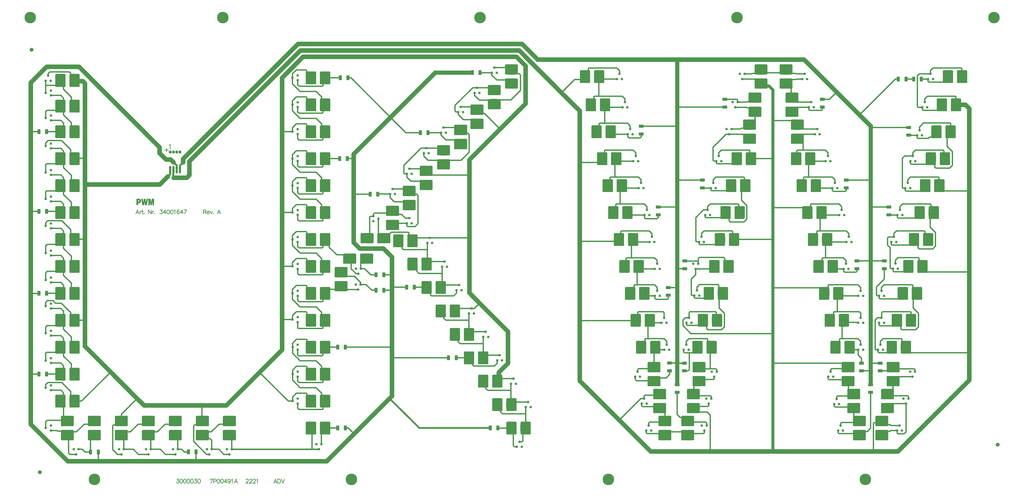
<source format=gtl>
%FSTAX44Y44*%
%MOMM*%
%SFA1B1*%

%IPPOS*%
%AMD28*
4,1,8,-0.599440,-1.300480,0.599440,-1.300480,0.749300,-1.150620,0.749300,1.150620,0.599440,1.300480,-0.599440,1.300480,-0.749300,1.150620,-0.749300,-1.150620,-0.599440,-1.300480,0.0*
1,1,0.300000,-0.599440,-1.150620*
1,1,0.300000,0.599440,-1.150620*
1,1,0.300000,0.599440,1.150620*
1,1,0.300000,-0.599440,1.150620*
%
%AMD29*
4,1,8,-0.899160,0.459740,-0.899160,-0.459740,-0.784860,-0.574040,0.784860,-0.574040,0.899160,-0.459740,0.899160,0.459740,0.784860,0.574040,-0.784860,0.574040,-0.899160,0.459740,0.0*
1,1,0.230000,-0.784860,0.459740*
1,1,0.230000,-0.784860,-0.459740*
1,1,0.230000,0.784860,-0.459740*
1,1,0.230000,0.784860,0.459740*
%
%AMD30*
4,1,8,-1.300480,0.599440,-1.300480,-0.599440,-1.150620,-0.749300,1.150620,-0.749300,1.300480,-0.599440,1.300480,0.599440,1.150620,0.749300,-1.150620,0.749300,-1.300480,0.599440,0.0*
1,1,0.300000,-1.150620,0.599440*
1,1,0.300000,-1.150620,-0.599440*
1,1,0.300000,1.150620,-0.599440*
1,1,0.300000,1.150620,0.599440*
%
%AMD31*
4,1,8,0.299720,0.449580,-0.299720,0.449580,-0.398780,0.350520,-0.398780,-0.350520,-0.299720,-0.449580,0.299720,-0.449580,0.398780,-0.350520,0.398780,0.350520,0.299720,0.449580,0.0*
1,1,0.200000,0.299720,0.350520*
1,1,0.200000,-0.299720,0.350520*
1,1,0.200000,-0.299720,-0.350520*
1,1,0.200000,0.299720,-0.350520*
%
%AMD32*
4,1,8,-0.449580,0.299720,-0.449580,-0.299720,-0.350520,-0.398780,0.350520,-0.398780,0.449580,-0.299720,0.449580,0.299720,0.350520,0.398780,-0.350520,0.398780,-0.449580,0.299720,0.0*
1,1,0.200000,-0.350520,0.299720*
1,1,0.200000,-0.350520,-0.299720*
1,1,0.200000,0.350520,-0.299720*
1,1,0.200000,0.350520,0.299720*
%
%AMD33*
4,1,8,0.459740,0.899160,-0.459740,0.899160,-0.574040,0.784860,-0.574040,-0.784860,-0.459740,-0.899160,0.459740,-0.899160,0.574040,-0.784860,0.574040,0.784860,0.459740,0.899160,0.0*
1,1,0.230000,0.459740,0.784860*
1,1,0.230000,-0.459740,0.784860*
1,1,0.230000,-0.459740,-0.784860*
1,1,0.230000,0.459740,-0.784860*
%
%ADD25C,0.649999*%
%ADD26C,0.050000*%
%ADD27C,1.499997*%
G04~CAMADD=28~8~0.0~0.0~590.6~1023.6~59.1~0.0~15~0.0~0.0~0.0~0.0~0~0.0~0.0~0.0~0.0~0~0.0~0.0~0.0~180.0~590.0~1024.0*
%ADD28D28*%
G04~CAMADD=29~8~0.0~0.0~452.8~708.7~45.3~0.0~15~0.0~0.0~0.0~0.0~0~0.0~0.0~0.0~0.0~0~0.0~0.0~0.0~90.0~708.0~452.0*
%ADD29D29*%
G04~CAMADD=30~8~0.0~0.0~590.6~1023.6~59.1~0.0~15~0.0~0.0~0.0~0.0~0~0.0~0.0~0.0~0.0~0~0.0~0.0~0.0~90.0~1024.0~590.0*
%ADD30D30*%
G04~CAMADD=31~8~0.0~0.0~315.0~354.3~39.4~0.0~15~0.0~0.0~0.0~0.0~0~0.0~0.0~0.0~0.0~0~0.0~0.0~0.0~0.0~315.0~354.3*
%ADD31D31*%
G04~CAMADD=32~8~0.0~0.0~315.0~354.3~39.4~0.0~15~0.0~0.0~0.0~0.0~0~0.0~0.0~0.0~0.0~0~0.0~0.0~0.0~90.0~354.0~314.0*
%ADD32D32*%
G04~CAMADD=33~8~0.0~0.0~452.8~708.7~45.3~0.0~15~0.0~0.0~0.0~0.0~0~0.0~0.0~0.0~0.0~0~0.0~0.0~0.0~0.0~452.8~708.7*
%ADD33D33*%
%ADD34O,0.909998X2.949994*%
%ADD35C,0.100000*%
%ADD36C,1.799996*%
%ADD37C,0.499999*%
%ADD38C,0.699999*%
%ADD39C,1.599997*%
%ADD40C,0.799998*%
%ADD41C,1.199998*%
%ADD42C,0.599999*%
%ADD43C,0.250000*%
%ADD44C,0.253999*%
%ADD45C,1.199998*%
%ADD46C,4.499991*%
%LNled_pd_lkw_wh_3000030_(4f00221l_7p00491a)-1*%
%LPD*%
G36*
X01948043Y0166527D02*
Y0163027D01*
X01945543Y0162777*
X01900543*
X01898043Y0163027*
Y0166527*
X01900543Y0166777*
X01945543*
X01948043Y0166527*
G37*
G36*
X01217499Y01637771D02*
Y01592771D01*
X01214999Y01590271*
X01179999*
X01177499Y01592771*
Y01637771*
X01179999Y01640271*
X01214999*
X01217499Y01637771*
G37*
G36*
X01162499D02*
Y01592771D01*
X01159999Y01590271*
X01124999*
X01122499Y01592771*
Y01637771*
X01124999Y01640271*
X01159999*
X01162499Y01637771*
G37*
G36*
X002425Y01627771D02*
Y01582771D01*
X0024Y01580271*
X00205*
X002025Y01582771*
Y01627771*
X00205Y01630271*
X0024*
X002425Y01627771*
G37*
G36*
X001875D02*
Y01582771D01*
X00185Y01580271*
X0015*
X001475Y01582771*
Y01627771*
X0015Y01630271*
X00185*
X001875Y01627771*
G37*
G36*
X01948043Y0161027D02*
Y0157527D01*
X01945543Y0157277*
X01900543*
X01898043Y0157527*
Y0161027*
X01900543Y0161277*
X01945543*
X01948043Y0161027*
G37*
G36*
X01880797Y0158527D02*
Y0155027D01*
X01878297Y0154777*
X01833297*
X01830797Y0155027*
Y0158527*
X01833297Y0158777*
X01878297*
X01880797Y0158527*
G37*
G36*
Y0153027D02*
Y0149527D01*
X01878297Y0149277*
X01833297*
X01830797Y0149527*
Y0153027*
X01833297Y0153277*
X01878297*
X01880797Y0153027*
G37*
G36*
X01217502Y0153277D02*
Y0148777D01*
X01215002Y0148527*
X01180002*
X01177502Y0148777*
Y0153277*
X01180002Y0153527*
X01215002*
X01217502Y0153277*
G37*
G36*
X01162502D02*
Y0148777D01*
X01160002Y0148527*
X01125002*
X01122502Y0148777*
Y0153277*
X01125002Y0153527*
X01160002*
X01162502Y0153277*
G37*
G36*
X002425Y01527772D02*
Y01482772D01*
X0024Y01480272*
X00205*
X002025Y01482772*
Y01527772*
X00205Y01530272*
X0024*
X002425Y01527772*
G37*
G36*
X001875D02*
Y01482772D01*
X00185Y01480272*
X0015*
X001475Y01482772*
Y01527772*
X0015Y01530272*
X00185*
X001875Y01527772*
G37*
G36*
X01813499Y01508499D02*
Y01473499D01*
X01810999Y01470999*
X01765999*
X01763499Y01473499*
Y01508499*
X01765999Y01510999*
X01810999*
X01813499Y01508499*
G37*
G36*
Y01453499D02*
Y01418499D01*
X01810999Y01415999*
X01765999*
X01763499Y01418499*
Y01453499*
X01765999Y01455999*
X01810999*
X01813499Y01453499*
G37*
G36*
X01749999Y01429667D02*
Y01394667D01*
X01747499Y01392167*
X01702499*
X01699999Y01394667*
Y01429667*
X01702499Y01432167*
X01747499*
X01749999Y01429667*
G37*
G36*
X01217499Y01427772D02*
Y01382772D01*
X01214999Y01380272*
X01179999*
X01177499Y01382772*
Y01427772*
X01179999Y01430272*
X01214999*
X01217499Y01427772*
G37*
G36*
X01162499D02*
Y01382772D01*
X01159999Y01380272*
X01124999*
X01122499Y01382772*
Y01427772*
X01124999Y01430272*
X01159999*
X01162499Y01427772*
G37*
G36*
X002425D02*
Y01382772D01*
X0024Y01380272*
X00205*
X002025Y01382772*
Y01427772*
X00205Y01430272*
X0024*
X002425Y01427772*
G37*
G36*
X001875D02*
Y01382772D01*
X00185Y01380272*
X0015*
X001475Y01382772*
Y01427772*
X0015Y01430272*
X00185*
X001875Y01427772*
G37*
G36*
X01749999Y01374667D02*
Y01339667D01*
X01747499Y01337167*
X01702499*
X01699999Y01339667*
Y01374667*
X01702499Y01377167*
X01747499*
X01749999Y01374667*
G37*
G36*
X01683261Y01350269D02*
Y01315269D01*
X01680761Y01312769*
X01635761*
X01633261Y01315269*
Y01350269*
X01635761Y01352769*
X01680761*
X01683261Y01350269*
G37*
G36*
X01217499Y01322771D02*
Y01277771D01*
X01214999Y01275271*
X01179999*
X01177499Y01277771*
Y01322771*
X01179999Y01325271*
X01214999*
X01217499Y01322771*
G37*
G36*
X01162499D02*
Y01277771D01*
X01159999Y01275271*
X01124999*
X01122499Y01277771*
Y01322771*
X01124999Y01325271*
X01159999*
X01162499Y01322771*
G37*
G36*
X002425D02*
Y01277771D01*
X0024Y01275271*
X00205*
X002025Y01277771*
Y01322771*
X00205Y01325271*
X0024*
X002425Y01322771*
G37*
G36*
X001875D02*
Y01277771D01*
X00185Y01275271*
X0015*
X001475Y01277771*
Y01322771*
X0015Y01325271*
X00185*
X001875Y01322771*
G37*
G36*
X01683261Y01295269D02*
Y01260269D01*
X01680761Y01257769*
X01635761*
X01633261Y01260269*
Y01295269*
X01635761Y01297769*
X01680761*
X01683261Y01295269*
G37*
G36*
X01616014Y0127027D02*
Y0123527D01*
X01613514Y0123277*
X01568514*
X01566014Y0123527*
Y0127027*
X01568514Y0127277*
X01613514*
X01616014Y0127027*
G37*
G36*
Y0121527D02*
Y0118027D01*
X01613514Y0117777*
X01568514*
X01566014Y0118027*
Y0121527*
X01568514Y0121777*
X01613514*
X01616014Y0121527*
G37*
G36*
X01217499Y0121777D02*
Y0117277D01*
X01214999Y0117027*
X01179999*
X01177499Y0117277*
Y0121777*
X01179999Y0122027*
X01214999*
X01217499Y0121777*
G37*
G36*
X01162499D02*
Y0117277D01*
X01159999Y0117027*
X01124999*
X01122499Y0117277*
Y0121777*
X01124999Y0122027*
X01159999*
X01162499Y0121777*
G37*
G36*
X002425D02*
Y0117277D01*
X0024Y0117027*
X00205*
X002025Y0117277*
Y0121777*
X00205Y0122027*
X0024*
X002425Y0121777*
G37*
G36*
X001875D02*
Y0117277D01*
X00185Y0117027*
X0015*
X001475Y0117277*
Y0121777*
X0015Y0122027*
X00185*
X001875Y0121777*
G37*
G36*
X0155Y01191735D02*
Y01156735D01*
X015475Y01154235*
X015025*
X015Y01156735*
Y01191735*
X015025Y01194235*
X015475*
X0155Y01191735*
G37*
G36*
X00473102Y01137664D02*
X00470087D01*
Y01132866*
X00473663*
Y0112658*
X00470087*
Y01119082*
X00463444*
Y01144226*
X00473102*
Y01137664*
G37*
G36*
X0155Y01136735D02*
Y01101735D01*
X015475Y01099235*
X015025*
X015Y01101735*
Y01136735*
X015025Y01139235*
X015475*
X0155Y01136735*
G37*
G36*
X01485001Y01114407D02*
Y01079407D01*
X01482501Y01076907*
X01437501*
X01435001Y01079407*
Y01114407*
X01437501Y01116907*
X01482501*
X01485001Y01114407*
G37*
G36*
X01217499Y01112771D02*
Y01067771D01*
X01214999Y01065271*
X01179999*
X01177499Y01067771*
Y01112771*
X01179999Y01115271*
X01214999*
X01217499Y01112771*
G37*
G36*
X01162499D02*
Y01067771D01*
X01159999Y01065271*
X01124999*
X01122499Y01067771*
Y01112771*
X01124999Y01115271*
X01159999*
X01162499Y01112771*
G37*
G36*
X002425D02*
Y01067771D01*
X0024Y01065271*
X00205*
X002025Y01067771*
Y01112771*
X00205Y01115271*
X0024*
X002425Y01112771*
G37*
G36*
X001875D02*
Y01067771D01*
X00185Y01065271*
X0015*
X001475Y01067771*
Y01112771*
X0015Y01115271*
X00185*
X001875Y01112771*
G37*
G36*
X01485001Y01059407D02*
Y01024407D01*
X01482501Y01021907*
X01437501*
X01435001Y01024407*
Y01059407*
X01437501Y01061907*
X01482501*
X01485001Y01059407*
G37*
G36*
X01451479Y01007771D02*
Y00972771D01*
X01448979Y00970271*
X01403479*
X01400979Y00972771*
Y01007771*
X01403479Y01010271*
X01448979*
X01451479Y01007771*
G37*
G36*
X01385979D02*
Y00972771D01*
X01383479Y00970271*
X01337979*
X01335479Y00972771*
Y01007771*
X01337979Y01010271*
X01383479*
X01385979Y01007771*
G37*
G36*
X01217499Y0100777D02*
Y0096277D01*
X01214999Y0096027*
X01179999*
X01177499Y0096277*
Y0100777*
X01179999Y0101027*
X01214999*
X01217499Y0100777*
G37*
G36*
X01162499D02*
Y0096277D01*
X01159999Y0096027*
X01124999*
X01122499Y0096277*
Y0100777*
X01124999Y0101027*
X01159999*
X01162499Y0100777*
G37*
G36*
X002425D02*
Y0096277D01*
X0024Y0096027*
X00205*
X002025Y0096277*
Y0100777*
X00205Y0101027*
X0024*
X002425Y0100777*
G37*
G36*
X001875D02*
Y0096277D01*
X00185Y0096027*
X0015*
X001475Y0096277*
Y0100777*
X0015Y0101027*
X00185*
X001875Y0100777*
G37*
G36*
X01557501Y01002771D02*
Y00957771D01*
X01555001Y00955271*
X01520001*
X01517501Y00957771*
Y01002771*
X01520001Y01005271*
X01555001*
X01557501Y01002771*
G37*
G36*
X01502501D02*
Y00957771D01*
X01500001Y00955271*
X01465001*
X01462501Y00957771*
Y01002771*
X01465001Y01005271*
X01500001*
X01502501Y01002771*
G37*
G36*
X01384232Y00927772D02*
Y00892772D01*
X01381732Y00890272*
X01336232*
X01333732Y00892772*
Y00927772*
X01336232Y00930272*
X01381732*
X01384232Y00927772*
G37*
G36*
X01318732D02*
Y00892772D01*
X01316232Y00890272*
X01270732*
X01268232Y00892772*
Y00927772*
X01270732Y00930272*
X01316232*
X01318732Y00927772*
G37*
G36*
X016125Y00911522D02*
Y00866522D01*
X0161Y00864022*
X01575*
X015725Y00866522*
Y00911522*
X01575Y00914022*
X0161*
X016125Y00911522*
G37*
G36*
X015575D02*
Y00866522D01*
X01555Y00864022*
X0152*
X015175Y00866522*
Y00911522*
X0152Y00914022*
X01555*
X015575Y00911522*
G37*
G36*
X01217502Y00902772D02*
Y00857772D01*
X01215002Y00855272*
X01180002*
X01177502Y00857772*
Y00902772*
X01180002Y00905272*
X01215002*
X01217502Y00902772*
G37*
G36*
X01162502D02*
Y00857772D01*
X01160002Y00855272*
X01125002*
X01122502Y00857772*
Y00902772*
X01125002Y00905272*
X01160002*
X01162502Y00902772*
G37*
G36*
X002425D02*
Y00857772D01*
X0024Y00855272*
X00205*
X002025Y00857772*
Y00902772*
X00205Y00905272*
X0024*
X002425Y00902772*
G37*
G36*
X001875D02*
Y00857772D01*
X00185Y00855272*
X0015*
X001475Y00857772*
Y00902772*
X0015Y00905272*
X00185*
X001875Y00902772*
G37*
G36*
X01284999Y00875269D02*
Y00840269D01*
X01282499Y00837769*
X01237499*
X01234999Y00840269*
Y00875269*
X01237499Y00877769*
X01282499*
X01284999Y00875269*
G37*
G36*
Y00820269D02*
Y00785269D01*
X01282499Y00782769*
X01237499*
X01234999Y00785269*
Y00820269*
X01237499Y00822769*
X01282499*
X01284999Y00820269*
G37*
G36*
X01667501Y0082027D02*
Y0077527D01*
X01665001Y0077277*
X01630001*
X01627501Y0077527*
Y0082027*
X01630001Y0082277*
X01665001*
X01667501Y0082027*
G37*
G36*
X01612501D02*
Y0077527D01*
X01610001Y0077277*
X01575001*
X01572501Y0077527*
Y0082027*
X01575001Y0082277*
X01610001*
X01612501Y0082027*
G37*
G36*
X01217499Y00797771D02*
Y00752771D01*
X01214999Y00750271*
X01179999*
X01177499Y00752771*
Y00797771*
X01179999Y00800271*
X01214999*
X01217499Y00797771*
G37*
G36*
X01162499D02*
Y00752771D01*
X01159999Y00750271*
X01124999*
X01122499Y00752771*
Y00797771*
X01124999Y00800271*
X01159999*
X01162499Y00797771*
G37*
G36*
X002425D02*
Y00752771D01*
X0024Y00750271*
X00205*
X002025Y00752771*
Y00797771*
X00205Y00800271*
X0024*
X002425Y00797771*
G37*
G36*
X001875D02*
Y00752771D01*
X00185Y00750271*
X0015*
X001475Y00752771*
Y00797771*
X0015Y00800271*
X00185*
X001875Y00797771*
G37*
G36*
X01722499Y0072902D02*
Y0068402D01*
X01719999Y0068152*
X01684999*
X01682499Y0068402*
Y0072902*
X01684999Y0073152*
X01719999*
X01722499Y0072902*
G37*
G36*
X01667499D02*
Y0068402D01*
X01664999Y0068152*
X01629999*
X01627499Y0068402*
Y0072902*
X01629999Y0073152*
X01664999*
X01667499Y0072902*
G37*
G36*
X01217499Y00692769D02*
Y00647769D01*
X01214999Y00645269*
X01179999*
X01177499Y00647769*
Y00692769*
X01179999Y00695269*
X01214999*
X01217499Y00692769*
G37*
G36*
X01162499D02*
Y00647769D01*
X01159999Y00645269*
X01124999*
X01122499Y00647769*
Y00692769*
X01124999Y00695269*
X01159999*
X01162499Y00692769*
G37*
G36*
X002425D02*
Y00647769D01*
X0024Y00645269*
X00205*
X002025Y00647769*
Y00692769*
X00205Y00695269*
X0024*
X002425Y00692769*
G37*
G36*
X001875D02*
Y00647769D01*
X00185Y00645269*
X0015*
X001475Y00647769*
Y00692769*
X0015Y00695269*
X00185*
X001875Y00692769*
G37*
G36*
X01777501Y00637771D02*
Y00592771D01*
X01775001Y00590271*
X01740001*
X01737501Y00592771*
Y00637771*
X01740001Y00640271*
X01775001*
X01777501Y00637771*
G37*
G36*
X01722501D02*
Y00592771D01*
X01720001Y00590271*
X01685001*
X01682501Y00592771*
Y00637771*
X01685001Y00640271*
X01720001*
X01722501Y00637771*
G37*
G36*
X01217499Y00587771D02*
Y00542771D01*
X01214999Y00540271*
X01179999*
X01177499Y00542771*
Y00587771*
X01179999Y00590271*
X01214999*
X01217499Y00587771*
G37*
G36*
X01162499D02*
Y00542771D01*
X01159999Y00540271*
X01124999*
X01122499Y00542771*
Y00587771*
X01124999Y00590271*
X01159999*
X01162499Y00587771*
G37*
G36*
X002425D02*
Y00542771D01*
X0024Y00540271*
X00205*
X002025Y00542771*
Y00587771*
X00205Y00590271*
X0024*
X002425Y00587771*
G37*
G36*
X001875D02*
Y00542771D01*
X00185Y00540271*
X0015*
X001475Y00542771*
Y00587771*
X0015Y00590271*
X00185*
X001875Y00587771*
G37*
G36*
X01832499Y00546521D02*
Y00501521D01*
X01829999Y00499021*
X01794999*
X01792499Y00501521*
Y00546521*
X01794999Y00549021*
X01829999*
X01832499Y00546521*
G37*
G36*
X01777499D02*
Y00501521D01*
X01774999Y00499021*
X01739999*
X01737499Y00501521*
Y00546521*
X01739999Y00549021*
X01774999*
X01777499Y00546521*
G37*
G36*
X01217499Y0048277D02*
Y0043777D01*
X01214999Y0043527*
X01179999*
X01177499Y0043777*
Y0048277*
X01179999Y0048527*
X01214999*
X01217499Y0048277*
G37*
G36*
X01162499D02*
Y0043777D01*
X01159999Y0043527*
X01124999*
X01122499Y0043777*
Y0048277*
X01124999Y0048527*
X01159999*
X01162499Y0048277*
G37*
G36*
X002425D02*
Y0043777D01*
X0024Y0043527*
X00205*
X002025Y0043777*
Y0048277*
X00205Y0048527*
X0024*
X002425Y0048277*
G37*
G36*
X001875D02*
Y0043777D01*
X00185Y0043527*
X0015*
X001475Y0043777*
Y0048277*
X0015Y0048527*
X00185*
X001875Y0048277*
G37*
G36*
X018875Y00455269D02*
Y00410269D01*
X01885Y00407769*
X0185*
X018475Y00410269*
Y00455269*
X0185Y00457769*
X01885*
X018875Y00455269*
G37*
G36*
X018325D02*
Y00410269D01*
X0183Y00407769*
X01795*
X017925Y00410269*
Y00455269*
X01795Y00457769*
X0183*
X018325Y00455269*
G37*
G36*
X01217499Y00377771D02*
Y00332771D01*
X01214999Y00330271*
X01179999*
X01177499Y00332771*
Y00377771*
X01179999Y00380271*
X01214999*
X01217499Y00377771*
G37*
G36*
X01162499D02*
Y00332771D01*
X01159999Y00330271*
X01124999*
X01122499Y00332771*
Y00377771*
X01124999Y00380271*
X01159999*
X01162499Y00377771*
G37*
G36*
X002425D02*
Y00332771D01*
X0024Y00330271*
X00205*
X002025Y00332771*
Y00377771*
X00205Y00380271*
X0024*
X002425Y00377771*
G37*
G36*
X001875D02*
Y00332771D01*
X00185Y00330271*
X0015*
X001475Y00332771*
Y00377771*
X0015Y00380271*
X00185*
X001875Y00377771*
G37*
G36*
X01942499Y0036402D02*
Y0031902D01*
X01939999Y0031652*
X01905*
X01902499Y0031902*
Y0036402*
X01905Y0036652*
X01939999*
X01942499Y0036402*
G37*
G36*
X01887499D02*
Y0031902D01*
X01884999Y0031652*
X01849999*
X01847499Y0031902*
Y0036402*
X01849999Y0036652*
X01884999*
X01887499Y0036402*
G37*
G36*
X00850001Y0029527D02*
Y0026027D01*
X00847501Y0025777*
X00802501*
X00800001Y0026027*
Y0029527*
X00802501Y0029777*
X00847501*
X00850001Y0029527*
G37*
G36*
X00745D02*
Y0026027D01*
X007425Y0025777*
X006975*
X00695Y0026027*
Y0029527*
X006975Y0029777*
X007425*
X00745Y0029527*
G37*
G36*
X00639999D02*
Y0026027D01*
X00637499Y0025777*
X00592499*
X00589999Y0026027*
Y0029527*
X00592499Y0029777*
X00637499*
X00639999Y0029527*
G37*
G36*
X00535D02*
Y0026027D01*
X005325Y0025777*
X004875*
X00485Y0026027*
Y0029527*
X004875Y0029777*
X005325*
X00535Y0029527*
G37*
G36*
X00429999D02*
Y0026027D01*
X00427499Y0025777*
X00382499*
X00379999Y0026027*
Y0029527*
X00382499Y0029777*
X00427499*
X00429999Y0029527*
G37*
G36*
X00325001D02*
Y0026027D01*
X00322501Y0025777*
X00277501*
X00275001Y0026027*
Y0029527*
X00277501Y0029777*
X00322501*
X00325001Y0029527*
G37*
G36*
X0022D02*
Y0026027D01*
X002175Y0025777*
X001725*
X0017Y0026027*
Y0029527*
X001725Y0029777*
X002175*
X0022Y0029527*
G37*
G36*
X019975Y0027277D02*
Y0022777D01*
X01995Y0022527*
X0196*
X019575Y0022777*
Y0027277*
X0196Y0027527*
X01995*
X019975Y0027277*
G37*
G36*
X019425D02*
Y0022777D01*
X0194Y0022527*
X01905*
X019025Y0022777*
Y0027277*
X01905Y0027527*
X0194*
X019425Y0027277*
G37*
G36*
X01217499D02*
Y0022777D01*
X01214999Y0022527*
X01179999*
X01177499Y0022777*
Y0027277*
X01179999Y0027527*
X01214999*
X01217499Y0027277*
G37*
G36*
X01162499D02*
Y0022777D01*
X01159999Y0022527*
X01124999*
X01122499Y0022777*
Y0027277*
X01124999Y0027527*
X01159999*
X01162499Y0027277*
G37*
G36*
X00850001Y0024027D02*
Y0020527D01*
X00847501Y0020277*
X00802501*
X00800001Y0020527*
Y0024027*
X00802501Y0024277*
X00847501*
X00850001Y0024027*
G37*
G36*
X00745D02*
Y0020527D01*
X007425Y0020277*
X006975*
X00695Y0020527*
Y0024027*
X006975Y0024277*
X007425*
X00745Y0024027*
G37*
G36*
X00639999D02*
Y0020527D01*
X00637499Y0020277*
X00592499*
X00589999Y0020527*
Y0024027*
X00592499Y0024277*
X00637499*
X00639999Y0024027*
G37*
G36*
X00535D02*
Y0020527D01*
X005325Y0020277*
X004875*
X00485Y0020527*
Y0024027*
X004875Y0024277*
X005325*
X00535Y0024027*
G37*
G36*
X00429999D02*
Y0020527D01*
X00427499Y0020277*
X00382499*
X00379999Y0020527*
Y0024027*
X00382499Y0024277*
X00427499*
X00429999Y0024027*
G37*
G36*
X00325001D02*
Y0020527D01*
X00322501Y0020277*
X00277501*
X00275001Y0020527*
Y0024027*
X00277501Y0024277*
X00322501*
X00325001Y0024027*
G37*
G36*
X0022D02*
Y0020527D01*
X002175Y0020277*
X001725*
X0017Y0020527*
Y0024027*
X001725Y0024277*
X002175*
X0022Y0024027*
G37*
G36*
X02787204Y00902772D02*
Y00857772D01*
X02784704Y00855272*
X02749704*
X02747204Y00857772*
Y00902772*
X02749704Y00905272*
X02784704*
X02787204Y00902772*
G37*
G36*
X02732204D02*
Y00857772D01*
X02729704Y00855272*
X02694704*
X02692204Y00857772*
Y00902772*
X02694704Y00905272*
X02729704*
X02732204Y00902772*
G37*
G36*
X02437502D02*
Y00857772D01*
X02435002Y00855272*
X02400002*
X02397502Y00857772*
Y00902772*
X02400002Y00905272*
X02435002*
X02437502Y00902772*
G37*
G36*
X02382502D02*
Y00857772D01*
X02380002Y00855272*
X02345002*
X02342502Y00857772*
Y00902772*
X02345002Y00905272*
X02380002*
X02382502Y00902772*
G37*
G36*
X02765373Y00797771D02*
Y00752771D01*
X02762873Y00750271*
X02727873*
X02725373Y00752771*
Y00797771*
X02727873Y00800271*
X02762873*
X02765373Y00797771*
G37*
G36*
X02710373D02*
Y00752771D01*
X02707873Y00750271*
X02672873*
X02670373Y00752771*
Y00797771*
X02672873Y00800271*
X02707873*
X02710373Y00797771*
G37*
G36*
X02459628D02*
Y00752771D01*
X02457128Y00750271*
X02422128*
X02419628Y00752771*
Y00797771*
X02422128Y00800271*
X02457128*
X02459628Y00797771*
G37*
G36*
X02404628D02*
Y00752771D01*
X02402128Y00750271*
X02367128*
X02364628Y00752771*
Y00797771*
X02367128Y00800271*
X02402128*
X02404628Y00797771*
G37*
G36*
X027425Y00692769D02*
Y00647769D01*
X0274Y00645269*
X02705*
X027025Y00647769*
Y00692769*
X02705Y00695269*
X0274*
X027425Y00692769*
G37*
G36*
X026875D02*
Y00647769D01*
X02685Y00645269*
X0265*
X026475Y00647769*
Y00692769*
X0265Y00695269*
X02685*
X026875Y00692769*
G37*
G36*
X02481459D02*
Y00647769D01*
X02478959Y00645269*
X02443959*
X02441459Y00647769*
Y00692769*
X02443959Y00695269*
X02478959*
X02481459Y00692769*
G37*
G36*
X02426459D02*
Y00647769D01*
X02423959Y00645269*
X02388959*
X02386459Y00647769*
Y00692769*
X02388959Y00695269*
X02423959*
X02426459Y00692769*
G37*
G36*
X02721707Y00587771D02*
Y00542771D01*
X02719207Y00540271*
X02684207*
X02681707Y00542771*
Y00587771*
X02684207Y00590271*
X02719207*
X02721707Y00587771*
G37*
G36*
X02666707D02*
Y00542771D01*
X02664207Y00540271*
X02629207*
X02626707Y00542771*
Y00587771*
X02629207Y00590271*
X02664207*
X02666707Y00587771*
G37*
G36*
X025025D02*
Y00542771D01*
X025Y00540271*
X02465*
X024625Y00542771*
Y00587771*
X02465Y00590271*
X025*
X025025Y00587771*
G37*
G36*
X024475D02*
Y00542771D01*
X02445Y00540271*
X0241*
X024075Y00542771*
Y00587771*
X0241Y00590271*
X02445*
X024475Y00587771*
G37*
G36*
X02677376Y0050527D02*
Y0047027D01*
X02674876Y0046777*
X02629876*
X02627376Y0047027*
Y0050527*
X02629876Y0050777*
X02674876*
X02677376Y0050527*
G37*
G36*
X02502624D02*
Y0047027D01*
X02500124Y0046777*
X02455124*
X02452624Y0047027*
Y0050527*
X02455124Y0050777*
X02500124*
X02502624Y0050527*
G37*
G36*
X02677376Y0045027D02*
Y0041527D01*
X02674876Y0041277*
X02629876*
X02627376Y0041527*
Y0045027*
X02629876Y0045277*
X02674876*
X02677376Y0045027*
G37*
G36*
X02502624D02*
Y0041527D01*
X02500124Y0041277*
X02455124*
X02452624Y0041527*
Y0045027*
X02455124Y0045277*
X02500124*
X02502624Y0045027*
G37*
G36*
X02655545Y00400271D02*
Y00365271D01*
X02653045Y00362771*
X02608045*
X02605545Y00365271*
Y00400271*
X02608045Y00402771*
X02653045*
X02655545Y00400271*
G37*
G36*
X02524455D02*
Y00365271D01*
X02521955Y00362771*
X02476955*
X02474455Y00365271*
Y00400271*
X02476955Y00402771*
X02521955*
X02524455Y00400271*
G37*
G36*
X02655545Y00345271D02*
Y00310271D01*
X02653045Y00307771*
X02608045*
X02605545Y00310271*
Y00345271*
X02608045Y00347771*
X02653045*
X02655545Y00345271*
G37*
G36*
X02524455D02*
Y00310271D01*
X02521955Y00307771*
X02476955*
X02474455Y00310271*
Y00345271*
X02476955Y00347771*
X02521955*
X02524455Y00345271*
G37*
G36*
X02633714Y0029527D02*
Y0026027D01*
X02631214Y0025777*
X02586214*
X02583714Y0026027*
Y0029527*
X02586214Y0029777*
X02631214*
X02633714Y0029527*
G37*
G36*
X02545002D02*
Y0026027D01*
X02542502Y0025777*
X02497502*
X02495002Y0026027*
Y0029527*
X02497502Y0029777*
X02542502*
X02545002Y0029527*
G37*
G36*
X02633714Y0024027D02*
Y0020527D01*
X02631214Y0020277*
X02586214*
X02583714Y0020527*
Y0024027*
X02586214Y0024277*
X02631214*
X02633714Y0024027*
G37*
G36*
X02545002D02*
Y0020527D01*
X02542502Y0020277*
X02497502*
X02495002Y0020527*
Y0024027*
X02497502Y0024277*
X02542502*
X02545002Y0024027*
G37*
G36*
X02283936Y0164277D02*
Y0159777D01*
X02281436Y0159527*
X02246436*
X02243936Y0159777*
Y0164277*
X02246436Y0164527*
X02281436*
X02283936Y0164277*
G37*
G36*
X02228936D02*
Y0159777D01*
X02226437Y0159527*
X02191436*
X02188936Y0159777*
Y0164277*
X02191436Y0164527*
X02226437*
X02228936Y0164277*
G37*
G36*
X02306806Y0153277D02*
Y0148777D01*
X02304306Y0148527*
X02269306*
X02266806Y0148777*
Y0153277*
X02269306Y0153527*
X02304306*
X02306806Y0153277*
G37*
G36*
X02251806D02*
Y0148777D01*
X02249306Y0148527*
X02214306*
X02211806Y0148777*
Y0153277*
X02214306Y0153527*
X02249306*
X02251806Y0153277*
G37*
G36*
X0232864Y01427772D02*
Y01382772D01*
X0232614Y01380272*
X0229114*
X0228864Y01382772*
Y01427772*
X0229114Y01430272*
X0232614*
X0232864Y01427772*
G37*
G36*
X0227364D02*
Y01382772D01*
X02271141Y01380272*
X0223614*
X0223364Y01382772*
Y01427772*
X0223614Y01430272*
X02271141*
X0227364Y01427772*
G37*
G36*
X02350471Y01322771D02*
Y01277771D01*
X02347971Y01275271*
X02312971*
X02310471Y01277771*
Y01322771*
X02312971Y01325271*
X02347971*
X02350471Y01322771*
G37*
G36*
X02295471D02*
Y01277771D01*
X02292971Y01275271*
X02257971*
X02255471Y01277771*
Y01322771*
X02257971Y01325271*
X02292971*
X02295471Y01322771*
G37*
G36*
X02372303Y0121777D02*
Y0117277D01*
X02369803Y0117027*
X02334803*
X02332303Y0117277*
Y0121777*
X02334803Y0122027*
X02369803*
X02372303Y0121777*
G37*
G36*
X02317303D02*
Y0117277D01*
X02314803Y0117027*
X02279803*
X02277303Y0117277*
Y0121777*
X02279803Y0122027*
X02314803*
X02317303Y0121777*
G37*
G36*
X02394134Y01112771D02*
Y01067771D01*
X02391634Y01065271*
X02356634*
X02354134Y01067771*
Y01112771*
X02356634Y01115271*
X02391634*
X02394134Y01112771*
G37*
G36*
X02339134D02*
Y01067771D01*
X02336634Y01065271*
X02301634*
X02299134Y01067771*
Y01112771*
X02301634Y01115271*
X02336634*
X02339134Y01112771*
G37*
G36*
X02415965Y0100777D02*
Y0096277D01*
X02413465Y0096027*
X02378465*
X02375965Y0096277*
Y0100777*
X02378465Y0101027*
X02413465*
X02415965Y0100777*
G37*
G36*
X02360965D02*
Y0096277D01*
X02358465Y0096027*
X02323465*
X02320965Y0096277*
Y0100777*
X02323465Y0101027*
X02358465*
X02360965Y0100777*
G37*
G36*
X02918564Y0166527D02*
Y0163027D01*
X02916064Y0162777*
X02871064*
X02868564Y0163027*
Y0166527*
X02871064Y0166777*
X02916064*
X02918564Y0166527*
G37*
G36*
Y0161027D02*
Y0157527D01*
X02916064Y0157277*
X02871064*
X02868564Y0157527*
Y0161027*
X02871064Y0161277*
X02916064*
X02918564Y0161027*
G37*
G36*
X02895001Y0155527D02*
Y0152027D01*
X02892501Y0151777*
X02847501*
X02845001Y0152027*
Y0155527*
X02847501Y0155777*
X02892501*
X02895001Y0155527*
G37*
G36*
Y0150027D02*
Y0146527D01*
X02892501Y0146277*
X02847501*
X02845001Y0146527*
Y0150027*
X02847501Y0150277*
X02892501*
X02895001Y0150027*
G37*
G36*
X02873863Y01450272D02*
Y01415272D01*
X02871363Y01412772*
X02826363*
X02823863Y01415272*
Y01450272*
X02826363Y01452772*
X02871363*
X02873863Y01450272*
G37*
G36*
Y01395272D02*
Y01360272D01*
X02871363Y01357772*
X02826363*
X02823863Y01360272*
Y01395272*
X02826363Y01397772*
X02871363*
X02873863Y01395272*
G37*
G36*
X02874529Y01322771D02*
Y01277771D01*
X02872029Y01275271*
X02837029*
X02834529Y01277771*
Y01322771*
X02837029Y01325271*
X02872029*
X02874529Y01322771*
G37*
G36*
X02819529D02*
Y01277771D01*
X02817029Y01275271*
X02782029*
X02779529Y01277771*
Y01322771*
X02782029Y01325271*
X02817029*
X02819529Y01322771*
G37*
G36*
X028525Y0121777D02*
Y0117277D01*
X0285Y0117027*
X02815*
X028125Y0117277*
Y0121777*
X02815Y0122027*
X0285*
X028525Y0121777*
G37*
G36*
X027975D02*
Y0117277D01*
X02795Y0117027*
X0276*
X027575Y0117277*
Y0121777*
X0276Y0122027*
X02795*
X027975Y0121777*
G37*
G36*
X02830867Y01112771D02*
Y01067771D01*
X02828367Y01065271*
X02793367*
X02790867Y01067771*
Y01112771*
X02793367Y01115271*
X02828367*
X02830867Y01112771*
G37*
G36*
X02775867D02*
Y01067771D01*
X02773367Y01065271*
X02738367*
X02735867Y01067771*
Y01112771*
X02738367Y01115271*
X02773367*
X02775867Y01112771*
G37*
G36*
X02809035Y0100777D02*
Y0096277D01*
X02806535Y0096027*
X02771535*
X02769035Y0096277*
Y0100777*
X02771535Y0101027*
X02806535*
X02809035Y0100777*
G37*
G36*
X02754035D02*
Y0096277D01*
X02751535Y0096027*
X02716535*
X02714035Y0096277*
Y0100777*
X02716535Y0101027*
X02751535*
X02754035Y0100777*
G37*
G36*
X03542204Y00902772D02*
Y00857772D01*
X03539704Y00855272*
X03504704*
X03502204Y00857772*
Y00902772*
X03504704Y00905272*
X03539704*
X03542204Y00902772*
G37*
G36*
X03487204D02*
Y00857772D01*
X03484704Y00855272*
X03449704*
X03447204Y00857772*
Y00902772*
X03449704Y00905272*
X03484704*
X03487204Y00902772*
G37*
G36*
X03192796D02*
Y00857772D01*
X03190296Y00855272*
X03155296*
X03152796Y00857772*
Y00902772*
X03155296Y00905272*
X03190296*
X03192796Y00902772*
G37*
G36*
X03137796D02*
Y00857772D01*
X03135296Y00855272*
X03100296*
X03097796Y00857772*
Y00902772*
X03100296Y00905272*
X03135296*
X03137796Y00902772*
G37*
G36*
X03520373Y00797771D02*
Y00752771D01*
X03517873Y00750271*
X03482873*
X03480373Y00752771*
Y00797771*
X03482873Y00800271*
X03517873*
X03520373Y00797771*
G37*
G36*
X03465373D02*
Y00752771D01*
X03462873Y00750271*
X03427873*
X03425373Y00752771*
Y00797771*
X03427873Y00800271*
X03462873*
X03465373Y00797771*
G37*
G36*
X0321463D02*
Y00752771D01*
X0321213Y00750271*
X0317713*
X0317463Y00752771*
Y00797771*
X0317713Y00800271*
X0321213*
X0321463Y00797771*
G37*
G36*
X0315963D02*
Y00752771D01*
X0315713Y00750271*
X0312213*
X0311963Y00752771*
Y00797771*
X0312213Y00800271*
X0315713*
X0315963Y00797771*
G37*
G36*
X034975Y00692769D02*
Y00647769D01*
X03495Y00645269*
X0346*
X034575Y00647769*
Y00692769*
X0346Y00695269*
X03495*
X034975Y00692769*
G37*
G36*
X034425D02*
Y00647769D01*
X0344Y00645269*
X03405*
X034025Y00647769*
Y00692769*
X03405Y00695269*
X0344*
X034425Y00692769*
G37*
G36*
X03236461D02*
Y00647769D01*
X03233961Y00645269*
X03198961*
X03196461Y00647769*
Y00692769*
X03198961Y00695269*
X03233961*
X03236461Y00692769*
G37*
G36*
X03181461D02*
Y00647769D01*
X03178961Y00645269*
X03143961*
X03141461Y00647769*
Y00692769*
X03143961Y00695269*
X03178961*
X03181461Y00692769*
G37*
G36*
X034775Y00587771D02*
Y00542771D01*
X03475Y00540271*
X0344*
X034375Y00542771*
Y00587771*
X0344Y00590271*
X03475*
X034775Y00587771*
G37*
G36*
X034225D02*
Y00542771D01*
X0342Y00540271*
X03385*
X033825Y00542771*
Y00587771*
X03385Y00590271*
X0342*
X034225Y00587771*
G37*
G36*
X03258293D02*
Y00542771D01*
X03255793Y00540271*
X03220793*
X03218293Y00542771*
Y00587771*
X03220793Y00590271*
X03255793*
X03258293Y00587771*
G37*
G36*
X03203293D02*
Y00542771D01*
X03200793Y00540271*
X03165793*
X03163293Y00542771*
Y00587771*
X03165793Y00590271*
X03200793*
X03203293Y00587771*
G37*
G36*
X03432376Y0050527D02*
Y0047027D01*
X03429876Y0046777*
X03384876*
X03382376Y0047027*
Y0050527*
X03384876Y0050777*
X03429876*
X03432376Y0050527*
G37*
G36*
X03257624D02*
Y0047027D01*
X03255124Y0046777*
X03210124*
X03207624Y0047027*
Y0050527*
X03210124Y0050777*
X03255124*
X03257624Y0050527*
G37*
G36*
X03432376Y0045027D02*
Y0041527D01*
X03429876Y0041277*
X03384876*
X03382376Y0041527*
Y0045027*
X03384876Y0045277*
X03429876*
X03432376Y0045027*
G37*
G36*
X03257624D02*
Y0041527D01*
X03255124Y0041277*
X03210124*
X03207624Y0041527*
Y0045027*
X03210124Y0045277*
X03255124*
X03257624Y0045027*
G37*
G36*
X03410545Y00400271D02*
Y00365271D01*
X03408045Y00362771*
X03363045*
X03360545Y00365271*
Y00400271*
X03363045Y00402771*
X03408045*
X03410545Y00400271*
G37*
G36*
X03279455D02*
Y00365271D01*
X03276955Y00362771*
X03231955*
X03229455Y00365271*
Y00400271*
X03231955Y00402771*
X03276955*
X03279455Y00400271*
G37*
G36*
X03410545Y00345271D02*
Y00310271D01*
X03408045Y00307771*
X03363045*
X03360545Y00310271*
Y00345271*
X03363045Y00347771*
X03408045*
X03410545Y00345271*
G37*
G36*
X03279455D02*
Y00310271D01*
X03276955Y00307771*
X03231955*
X03229455Y00310271*
Y00345271*
X03231955Y00347771*
X03276955*
X03279455Y00345271*
G37*
G36*
X03388713Y0029527D02*
Y0026027D01*
X03386213Y0025777*
X03341213*
X03338713Y0026027*
Y0029527*
X03341213Y0029777*
X03386213*
X03388713Y0029527*
G37*
G36*
X03301287D02*
Y0026027D01*
X03298787Y0025777*
X03253787*
X03251287Y0026027*
Y0029527*
X03253787Y0029777*
X03298787*
X03301287Y0029527*
G37*
G36*
X03388713Y0024027D02*
Y0020527D01*
X03386213Y0020277*
X03341213*
X03338713Y0020527*
Y0024027*
X03341213Y0024277*
X03386213*
X03388713Y0024027*
G37*
G36*
X03301287D02*
Y0020527D01*
X03298787Y0020277*
X03253787*
X03251287Y0020527*
Y0024027*
X03253787Y0024277*
X03298787*
X03301287Y0024027*
G37*
G36*
X03016436Y0166527D02*
Y0163027D01*
X03013936Y0162777*
X02968936*
X02966436Y0163027*
Y0166527*
X02968936Y0166777*
X03013936*
X03016436Y0166527*
G37*
G36*
Y0161027D02*
Y0157527D01*
X03013936Y0157277*
X02968936*
X02966436Y0157527*
Y0161027*
X02968936Y0161277*
X03013936*
X03016436Y0161027*
G37*
G36*
X03039306Y0155527D02*
Y0152027D01*
X03036806Y0151777*
X02991806*
X02989306Y0152027*
Y0155527*
X02991806Y0155777*
X03036806*
X03039306Y0155527*
G37*
G36*
Y0150027D02*
Y0146527D01*
X03036806Y0146277*
X02991806*
X02989306Y0146527*
Y0150027*
X02991806Y0150277*
X03036806*
X03039306Y0150027*
G37*
G36*
X03059999Y01450272D02*
Y01415272D01*
X03057499Y01412772*
X03012499*
X03009999Y01415272*
Y01450272*
X03012499Y01452772*
X03057499*
X03059999Y01450272*
G37*
G36*
Y01395272D02*
Y01360272D01*
X03057499Y01357772*
X03012499*
X03009999Y01360272*
Y01395272*
X03012499Y01397772*
X03057499*
X03059999Y01395272*
G37*
G36*
X03105471Y01322771D02*
Y01277771D01*
X03102971Y01275271*
X03067971*
X03065471Y01277771*
Y01322771*
X03067971Y01325271*
X03102971*
X03105471Y01322771*
G37*
G36*
X03050471D02*
Y01277771D01*
X03047971Y01275271*
X03012971*
X03010471Y01277771*
Y01322771*
X03012971Y01325271*
X03047971*
X03050471Y01322771*
G37*
G36*
X03127302Y0121777D02*
Y0117277D01*
X03124802Y0117027*
X03089802*
X03087302Y0117277*
Y0121777*
X03089802Y0122027*
X03124802*
X03127302Y0121777*
G37*
G36*
X03072302D02*
Y0117277D01*
X03069802Y0117027*
X03034802*
X03032302Y0117277*
Y0121777*
X03034802Y0122027*
X03069802*
X03072302Y0121777*
G37*
G36*
X03149134Y01112771D02*
Y01067771D01*
X03146634Y01065271*
X03111634*
X03109134Y01067771*
Y01112771*
X03111634Y01115271*
X03146634*
X03149134Y01112771*
G37*
G36*
X03094134D02*
Y01067771D01*
X03091634Y01065271*
X03056634*
X03054134Y01067771*
Y01112771*
X03056634Y01115271*
X03091634*
X03094134Y01112771*
G37*
G36*
X03170965Y0100777D02*
Y0096277D01*
X03168465Y0096027*
X03133465*
X03130965Y0096277*
Y0100777*
X03133465Y0101027*
X03168465*
X03170965Y0100777*
G37*
G36*
X03115965D02*
Y0096277D01*
X03113465Y0096027*
X03078465*
X03075965Y0096277*
Y0100777*
X03078465Y0101027*
X03113465*
X03115965Y0100777*
G37*
G36*
X03696064Y0164277D02*
Y0159777D01*
X03693564Y0159527*
X03658564*
X03656064Y0159777*
Y0164277*
X03658564Y0164527*
X03693564*
X03696064Y0164277*
G37*
G36*
X03641064D02*
Y0159777D01*
X03638564Y0159527*
X03603564*
X03601064Y0159777*
Y0164277*
X03603564Y0164527*
X03638564*
X03641064Y0164277*
G37*
G36*
X03672501Y0153277D02*
Y0148777D01*
X03670001Y0148527*
X03635001*
X03632501Y0148777*
Y0153277*
X03635001Y0153527*
X03670001*
X03672501Y0153277*
G37*
G36*
X03617501D02*
Y0148777D01*
X03615001Y0148527*
X03580001*
X03577501Y0148777*
Y0153277*
X03580001Y0153527*
X03615001*
X03617501Y0153277*
G37*
G36*
X0365136Y01427772D02*
Y01382772D01*
X0364886Y01380272*
X0361386*
X0361136Y01382772*
Y01427772*
X0361386Y01430272*
X0364886*
X0365136Y01427772*
G37*
G36*
X0359636D02*
Y01382772D01*
X0359386Y01380272*
X0355886*
X0355636Y01382772*
Y01427772*
X0355886Y01430272*
X0359386*
X0359636Y01427772*
G37*
G36*
X03629529Y01322771D02*
Y01277771D01*
X03627029Y01275271*
X03592029*
X03589529Y01277771*
Y01322771*
X03592029Y01325271*
X03627029*
X03629529Y01322771*
G37*
G36*
X03574529D02*
Y01277771D01*
X03572029Y01275271*
X03537029*
X03534529Y01277771*
Y01322771*
X03537029Y01325271*
X03572029*
X03574529Y01322771*
G37*
G36*
X03607698Y0121777D02*
Y0117277D01*
X03605198Y0117027*
X03570198*
X03567698Y0117277*
Y0121777*
X03570198Y0122027*
X03605198*
X03607698Y0121777*
G37*
G36*
X03552698D02*
Y0117277D01*
X03550198Y0117027*
X03515198*
X03512698Y0117277*
Y0121777*
X03515198Y0122027*
X03550198*
X03552698Y0121777*
G37*
G36*
X03585866Y01112771D02*
Y01067771D01*
X03583366Y01065271*
X03548366*
X03545866Y01067771*
Y01112771*
X03548366Y01115271*
X03583366*
X03585866Y01112771*
G37*
G36*
X03530866D02*
Y01067771D01*
X03528366Y01065271*
X03493366*
X03490866Y01067771*
Y01112771*
X03493366Y01115271*
X03528366*
X03530866Y01112771*
G37*
G36*
X03564035Y0100777D02*
Y0096277D01*
X03561535Y0096027*
X03526536*
X03524035Y0096277*
Y0100777*
X03526536Y0101027*
X03561535*
X03564035Y0100777*
G37*
G36*
X03509035D02*
Y0096277D01*
X03506535Y0096027*
X03471535*
X03469035Y0096277*
Y0100777*
X03471535Y0101027*
X03506535*
X03509035Y0100777*
G37*
G54D25*
X00473389Y0112979D02*
D01*
D01*
G75*
G03X00472884Y01140911I-00000485J00005549D01*
G74*G01*
G54D26*
X0051498Y01133154D02*
D01*
D01*
G75*
G03X0051448I-00000249J0D01*
G74*G01*
D01*
G75*
G03X0051498I00000249J0D01*
G74*G01*
G54D27*
X00055749Y01724999D03*
X03814499Y00184999D03*
X00087249Y00077999D03*
G54D28*
X03633564Y0162027D03*
X03663564D03*
X03610001Y0151027D03*
X03640001D03*
X0358886Y01405272D03*
X0361886D03*
X03567029Y01300271D03*
X03597029D03*
X03545197Y0119527D03*
X03575198D03*
X03523366Y01090271D03*
X03553366D03*
X03479704Y00880272D03*
X03509704D03*
X03457872Y00775271D03*
X03487873D03*
X03435Y00670269D03*
X03465D03*
X03415Y00565271D03*
X03445D03*
X02702873Y00775271D03*
X02732873D03*
X0268Y00670269D03*
X0271D03*
X02659207Y00565271D03*
X02689207D03*
X01341232Y00910272D03*
X01311232D03*
X01378479Y00990271D03*
X01408479D03*
X01855Y00432769D03*
X01825D03*
X01689999Y0070652D03*
X01659999D03*
X01525001Y00980271D03*
X01495001D03*
X01154999Y01405272D03*
X01184999D03*
X01154999Y01090271D03*
X01184999D03*
X01155002Y00880272D03*
X01185002D03*
X01154999Y00670269D03*
X01184999D03*
X01154999Y00355271D03*
X01184999D03*
X0021D03*
X0018D03*
X0021Y00670269D03*
X0018D03*
X0021Y0098527D03*
X0018D03*
X0021Y01300271D03*
X0018D03*
X0021Y01605271D03*
X0018D03*
X01909999Y0034152D03*
X01879999D03*
X01745001Y00615271D03*
X01715001D03*
X0158Y00889022D03*
X0155D03*
X01155002Y0151027D03*
X01185002D03*
X01154999Y0119527D03*
X01184999D03*
X01154999Y0098527D03*
X01184999D03*
X01154999Y00775271D03*
X01184999D03*
X01154999Y0046027D03*
X01184999D03*
X0021Y00565271D03*
X0018D03*
X0021Y00880272D03*
X0018D03*
X0021Y0119527D03*
X0018D03*
X0021Y01505272D03*
X0018D03*
X01965Y0025027D03*
X01935D03*
X01799999Y00524021D03*
X01769999D03*
X01635001Y0079777D03*
X01605001D03*
X01154999Y01615271D03*
X01184999D03*
X01154999Y01300271D03*
X01184999D03*
X01154999Y00565271D03*
X01184999D03*
X01154999Y0025027D03*
X01184999D03*
X0021Y0046027D03*
X0018D03*
X0021Y00775271D03*
X0018D03*
X0021Y01090271D03*
X0018D03*
X0021Y01405272D03*
X0018D03*
X0315213Y00775271D03*
X0318213D03*
X03086634Y01090271D03*
X03116634D03*
X02842029Y01300271D03*
X02812029D03*
X02776535Y0098527D03*
X02746535D03*
X02418959Y00670269D03*
X02448959D03*
X02353465Y0098527D03*
X02383465D03*
X02287971Y01300271D03*
X02317971D03*
X02221436Y0162027D03*
X02251436D03*
X03531535Y0098527D03*
X03501535D03*
X03173961Y00670269D03*
X03203961D03*
X03108465Y0098527D03*
X03138465D03*
X03042971Y01300271D03*
X03072971D03*
X02798367Y01090271D03*
X02768367D03*
X0244Y00565271D03*
X0247D03*
X02375002Y00880272D03*
X02405002D03*
X02309803Y0119527D03*
X02339803D03*
X02244306Y0151027D03*
X02274306D03*
X03195793Y00565271D03*
X03225793D03*
X03130296Y00880272D03*
X03160296D03*
X03064802Y0119527D03*
X03094802D03*
X0282D03*
X0279D03*
X02724704Y00880272D03*
X02754704D03*
X02397128Y00775271D03*
X02427128D03*
X02331634Y01090271D03*
X02361634D03*
X0226614Y01405272D03*
X0229614D03*
G54D29*
X03468113Y01421959D03*
Y01391958D03*
X03391499Y01111499D03*
Y01081499D03*
X03357598Y00503249D03*
Y00473249D03*
X03373337Y00901522D03*
Y00871522D03*
X03266502Y00901522D03*
Y00871522D03*
X03225121Y01216499D03*
Y01186499D03*
X03132193Y0153152D03*
Y01501521D03*
X02753145Y01501499D03*
Y01531499D03*
X02665249Y01216499D03*
Y01186499D03*
X02596999Y00871499D03*
Y00901499D03*
X03320551Y00389249D03*
Y00419249D03*
X03284249Y00503249D03*
Y00473249D03*
X02595249D03*
Y00503249D03*
X02567499Y00389249D03*
Y00419249D03*
X02538128Y0047352D03*
Y0050352D03*
X02532948Y00767499D03*
Y00797499D03*
X02493455Y01081521D03*
Y01111521D03*
X02427499Y01396499D03*
Y01426499D03*
G54D30*
X03407376Y0047527D03*
Y0044527D03*
X01788499Y01478499D03*
Y01448499D03*
X01591014Y0124027D03*
Y0121027D03*
X0072Y0026527D03*
Y0023527D03*
X00404999Y0026527D03*
Y0023527D03*
X01855797Y0155527D03*
Y0152527D03*
X01658261Y01320269D03*
Y01290269D03*
X01460001Y01084407D03*
Y01054407D03*
X00825001Y0026527D03*
Y0023527D03*
X0051Y0026527D03*
Y0023527D03*
X00195Y0026527D03*
Y0023527D03*
X01923043Y0163527D03*
Y0160527D03*
X01724999Y01399667D03*
Y01369667D03*
X01525Y01161735D03*
Y01131735D03*
X01259999Y00815269D03*
Y00845269D03*
X00614999Y0026527D03*
Y0023527D03*
X00300001Y0026527D03*
Y0023527D03*
X03363713Y0026527D03*
Y0023527D03*
X03232624Y0047527D03*
Y0044527D03*
X03034999Y01420272D03*
Y01390272D03*
X02893564Y0160527D03*
Y0163527D03*
X02630545Y00340271D03*
Y00370271D03*
X02499455D03*
Y00340271D03*
X03385545D03*
Y00370271D03*
X03254455D03*
Y00340271D03*
X02991436Y0163527D03*
Y0160527D03*
X02848864Y01390272D03*
Y01420272D03*
X02652376Y0044527D03*
Y0047527D03*
X02520002Y0026527D03*
Y0023527D03*
X03276287Y0026527D03*
Y0023527D03*
X03014306Y0152527D03*
Y0149527D03*
X02870001D03*
Y0152527D03*
X02608714Y0023527D03*
Y0026527D03*
X02477624Y0047527D03*
Y0044527D03*
G54D31*
X03224475Y00890272D03*
X03233975Y00870272D03*
X03214975D03*
X01724999Y01501742D03*
X01734499Y01481742D03*
X01715499D03*
X01327283Y00851553D03*
X01317783Y00871553D03*
X01336783D03*
X01326233Y00789519D03*
X01316733Y00809519D03*
X01335733D03*
X00119998Y01623499D03*
X00129498Y01603499D03*
X00110498D03*
X02613748Y00680249D03*
X02623248Y00660249D03*
X02604248D03*
X01524999Y01261031D03*
X01534499Y01241031D03*
X01515499D03*
X01920847Y00422769D03*
X01939847D03*
X01930347Y00442769D03*
X01757435Y0069652D03*
X01776435D03*
X01766935Y0071652D03*
X01595485Y00971756D03*
X01614485D03*
X01604985Y00991756D03*
X00756668Y00167499D03*
X00737669D03*
X00747168Y00147499D03*
X004145Y00167499D03*
X003955D03*
X00405Y00147499D03*
X01978376Y0033152D03*
X01997376D03*
X01987876Y0035152D03*
X01813135Y00605271D03*
X01832135D03*
X01822635Y00625271D03*
X01652906Y00879022D03*
X01671906D03*
X01662406Y00899022D03*
X01778998Y01556539D03*
X01797998D03*
X01788498Y01576539D03*
X01581513Y01321292D03*
X01600514D03*
X01591014Y01341292D03*
X01515499Y01048181D03*
X01534499D03*
X01524999Y01068181D03*
X00834502Y00167499D03*
X00815502D03*
X00825002Y00147499D03*
X00519501Y00167499D03*
X00500501D03*
X00510001Y00147499D03*
X01943768Y00176811D03*
X01962768D03*
X01953268Y00196811D03*
X01867047Y00514021D03*
X01886048D03*
X01876547Y00534021D03*
X01709248Y0078777D03*
X01728248D03*
X01718748Y0080777D03*
X01846296Y01635017D03*
X01865296D03*
X01855796Y01655017D03*
X0164876Y01401307D03*
X0166776D03*
X0165826Y01421307D03*
X01450498Y01162249D03*
X01469498D03*
X01459998Y01182249D03*
X01183Y00187249D03*
X01164D03*
X011735Y00167249D03*
X006245Y00167499D03*
X006055D03*
X00615Y00147499D03*
X002385Y00167499D03*
X002195D03*
X00229Y00147499D03*
X03521246Y0150027D03*
X03540246D03*
X03530746Y0152027D03*
X03454998Y01185249D03*
X03473998D03*
X03464498Y01205249D03*
X03406998Y00871249D03*
X03425998D03*
X03416498Y00891249D03*
X03349119Y00555271D03*
X03368119D03*
X0335862Y00575271D03*
X03423174Y0024027D03*
X03442175D03*
X03432674Y0026027D03*
X03155248Y00450249D03*
X03174248D03*
X03164748Y00470249D03*
X03272089Y00765271D03*
X03291088D03*
X03281588Y00785271D03*
X0319829Y01080271D03*
X03217291D03*
X0320779Y01100271D03*
X03103196Y01395272D03*
X03122196D03*
X03112696Y01415272D03*
X02830091Y0163027D03*
X02811092D03*
X02820591Y0161027D03*
X02719954Y01290271D03*
X02738953D03*
X02729454Y01310271D03*
X02652745Y0097527D03*
X02671745D03*
X02662245Y0099527D03*
X0270013Y00365271D03*
X0268113D03*
X0269063Y00345271D03*
X02429534D03*
X02448534D03*
X02439035Y00365271D03*
X02506748Y00660249D03*
X02525748D03*
X02516248Y00680249D03*
X02459901Y0097527D03*
X02478901D03*
X02469401Y0099527D03*
X02396678Y01290271D03*
X02415678D03*
X02406178Y01310271D03*
X02333693Y0161027D03*
X02352693D03*
X02343193Y0163027D03*
X03543808Y0161027D03*
X03562807D03*
X03553306Y0163027D03*
X03474954Y01290271D03*
X03493954D03*
X03484454Y01310271D03*
X03400806Y0097527D03*
X03419806D03*
X03410305Y0099527D03*
X03353292Y00660269D03*
X03372291D03*
X03362792Y00680269D03*
X03467239Y00365271D03*
X03448239D03*
X03457739Y00345271D03*
X03178498Y00343499D03*
X03197498D03*
X03187998Y00363499D03*
X03272089Y00660269D03*
X03291088D03*
X03281588Y00680269D03*
X03226203Y0097527D03*
X03245203D03*
X03235703Y0099527D03*
X03144633Y01290271D03*
X03163633D03*
X03154133Y01310271D03*
X03053855Y0161027D03*
X03072855D03*
X03063355Y0163027D03*
X0277895Y01415272D03*
X0275995D03*
X0276945Y01395272D03*
X02676248Y01080249D03*
X02695248D03*
X02685748Y01100249D03*
X02634658Y00766249D03*
X02653657D03*
X02644158Y00786249D03*
X02721176Y0047027D03*
X02702176D03*
X02711677Y0045027D03*
X02447412Y0024027D03*
X02466412D03*
X02456912Y0026027D03*
X02517248Y00555249D03*
X02536248D03*
X02526748Y00575249D03*
X02480362Y00870272D03*
X02499362D03*
X02489862Y00890272D03*
X02417179Y0118527D03*
X02436179D03*
X02426679Y0120527D03*
X02354784Y0150027D03*
X02373784D03*
X02364284Y0152027D03*
X03501068Y01390708D03*
X03520068D03*
X03510568Y01410708D03*
X03424686Y01080271D03*
X03443686D03*
X03434186Y01100271D03*
X03353292Y00765271D03*
X03372291D03*
X03362792Y00785271D03*
X03492928Y0047027D03*
X03473928D03*
X03483428Y0045027D03*
X03193954Y0024027D03*
X03212954D03*
X03203454Y0026027D03*
X03271998Y00555249D03*
X03290998D03*
X03281498Y00575249D03*
X03171452Y0118527D03*
X03190452D03*
X03180952Y0120527D03*
X03079777Y0150027D03*
X03098777D03*
X03089277Y0152027D03*
X0280275Y01520249D03*
X0278375D03*
X0279325Y01500249D03*
X02698686Y0118527D03*
X02717686D03*
X02708186Y0120527D03*
X02649206Y00890272D03*
X02630205D03*
X02639705Y00870272D03*
X02593248Y00555249D03*
X02612248D03*
X02602748Y00575249D03*
X02682524Y0026027D03*
X02663524D03*
X02673024Y0024027D03*
X02403931Y0045027D03*
X02422931D03*
X02413431Y0047027D03*
X02480362Y00765249D03*
X02499362D03*
X02489862Y00785249D03*
X02440354Y01080271D03*
X02459355D03*
X02449854Y01100271D03*
X02375285Y01395272D03*
X02394285D03*
X02384785Y01415272D03*
G54D32*
X01071018Y0035527D03*
X01091018Y0036477D03*
Y0034577D03*
X01385249Y01075749D03*
Y01056749D03*
X01405249Y01066249D03*
X01090811Y01395771D03*
Y01414771D03*
X01070811Y01405271D03*
X01090811Y0108077D03*
Y0109977D03*
X01070811Y0109027D03*
X01090811Y00870771D03*
Y00889771D03*
X01070811Y00880271D03*
X01090811Y00663295D03*
Y00682295D03*
X01070811Y00672795D03*
X00130328Y00397561D03*
Y00416561D03*
X00110328Y00407061D03*
X00130328Y0071624D03*
Y0073524D03*
X00110328Y0072574D03*
X00130328Y01028608D03*
Y01047608D03*
X00110328Y01038109D03*
X00130328Y01340211D03*
Y01359211D03*
X00110328Y01349711D03*
X01090811Y0150077D03*
Y0151977D03*
X01070811Y0151027D03*
X01090811Y01185769D03*
Y01204769D03*
X01070811Y01195269D03*
X01090811Y00975769D03*
Y00994769D03*
X01070811Y00985269D03*
X01090811Y0076577D03*
Y0078477D03*
X01070811Y0077527D03*
X01091018Y00450769D03*
Y00469769D03*
X01071018Y00460269D03*
X00130328Y00240769D03*
Y00259769D03*
X00110328Y00250269D03*
X00130328Y00610389D03*
Y00629389D03*
X00110328Y00619889D03*
X00130328Y00922759D03*
Y00941759D03*
X00110328Y00932259D03*
X00130328Y01236996D03*
Y01255996D03*
X00110328Y01246496D03*
X00130328Y01546694D03*
Y01565694D03*
X00110328Y01556194D03*
X01090811Y0160577D03*
Y01624771D03*
X01070811Y0161527D03*
X01090811Y0129077D03*
Y0130977D03*
X01070811Y0130027D03*
X01091018Y0055577D03*
Y0057477D03*
X01071018Y0056527D03*
X00130328Y00503342D03*
Y00522342D03*
X00110328Y00512842D03*
X00130328Y00817475D03*
Y00836476D03*
X00110328Y00826975D03*
X00130328Y01133326D03*
Y01152326D03*
X00110328Y01142826D03*
X00130328Y01449157D03*
Y01468157D03*
X00110328Y01458657D03*
G54D33*
X00315001Y00156486D03*
X00285001D03*
X00695665Y00157499D03*
X00665665D03*
X01869999Y00250249D03*
X01839999D03*
X01707823Y00524021D03*
X01677823D03*
X0154472Y00799519D03*
X0151472D03*
X01800749Y01635499D03*
X01770749D03*
X01597999Y01401499D03*
X01567999D03*
X01402749Y01161999D03*
X01372749D03*
X01256665Y01615271D03*
X01286665D03*
X01254261Y01300271D03*
X01284261D03*
X01395749Y00847792D03*
X01425749D03*
X01395749Y00786999D03*
X01425749D03*
X0124642Y00565271D03*
X0127642D03*
X01246419Y0025027D03*
X01276419D03*
X00113789Y0046027D03*
X00083789D03*
X00113789Y00775271D03*
X00083789D03*
X00113789Y01094719D03*
X00083789D03*
X00113785Y01405272D03*
X00083785D03*
X03517749Y0161027D03*
X03487749D03*
X03457894D03*
X03427894D03*
G54D34*
X00594349Y01257199D03*
X00607049D03*
X00632449D03*
X00619749D03*
G54D35*
X0052224Y01119414D02*
X00525021Y01133254D01*
X0050274Y01119494D02*
X0050813Y01143644D01*
X00481711Y01143784D02*
X0048704Y01119564D01*
X0052126Y01132044D02*
X0052478D01*
X0050097Y01132184D02*
X00505581D01*
X0050085Y01131444D02*
X0050541D01*
X00522191Y01137264D02*
X00530811D01*
X0052258Y01139504D02*
X00530811D01*
X0052272Y01140254D02*
X00530811D01*
X0052285Y01141004D02*
X00530811D01*
X0052298Y01141744D02*
X00530811D01*
X0052312Y01142494D02*
X00530811D01*
X0052325Y01143244D02*
X00530811D01*
X0052332Y01143635D02*
X00530811D01*
X00522321Y01138014D02*
X00530811D01*
X00522451Y01138764D02*
X00530811D01*
X0052165Y01134284D02*
X00530811D01*
X0052179Y01135024D02*
X00530811D01*
X00521921Y01135774D02*
X00530811D01*
X00522051Y01136524D02*
X00530811D01*
X0052139Y01132784D02*
X0052493D01*
X0052152Y01133534D02*
X00525231D01*
X00501691Y01136664D02*
X0050658D01*
X0050181Y01137414D02*
X0050674D01*
X00483281Y01136664D02*
X004882D01*
X0048311Y01137414D02*
X0048808D01*
X0050205Y01138904D02*
X0050708D01*
X00502171Y01139654D02*
X00507241D01*
X0050229Y01140404D02*
X0050741D01*
X0050241Y01141144D02*
X0050758D01*
X00502531Y01141894D02*
X00507741D01*
X0050265Y01142644D02*
X0050791D01*
X0050277Y01143384D02*
X00508081D01*
X0050283Y01143704D02*
X0050813Y01143644D01*
X0050193Y01138164D02*
X00506911D01*
X0050109Y01132934D02*
X00505741D01*
X0050121Y01133684D02*
X0050591D01*
X0050133Y01134424D02*
X00506081D01*
X0050145Y01135174D02*
X0050624D01*
X00501571Y01135924D02*
X00506411D01*
X0048213Y01141894D02*
X0048738D01*
X0048196Y01142644D02*
X00487261D01*
X004818Y01143384D02*
X0048714D01*
X00481711Y01143784D02*
X0048708D01*
X0048278Y01138904D02*
X0048785D01*
X0048262Y01139654D02*
X00487731D01*
X0048246Y01140404D02*
X0048761D01*
X0048229Y01141144D02*
X004875D01*
X00482951Y01138164D02*
X0048797D01*
X004841Y01132934D02*
X00488791D01*
X0048393Y01133684D02*
X0048867D01*
X0048377Y01134424D02*
X00488561D01*
X0048361Y01135174D02*
X0048844D01*
X00483441Y01135924D02*
X0048832D01*
X0052112Y01131294D02*
X00524631D01*
X0051674Y01128304D02*
X0052403D01*
X0051659Y01129054D02*
X00524181D01*
X00516901Y01127564D02*
X0052388D01*
X0052075Y01129804D02*
X0052433D01*
X0052099Y01130544D02*
X00524481D01*
X0049638Y01126214D02*
X0050424D01*
X0049627Y01126964D02*
X00504411D01*
X0049605Y01128454D02*
X00504741D01*
X0049616Y01127704D02*
X0050458D01*
X00496481Y01125464D02*
X0050408D01*
X0049659Y01124714D02*
X0050391D01*
X0049681Y01123224D02*
X0050358D01*
X004967Y01123974D02*
X0050374D01*
X00500391Y01129204D02*
X0050491D01*
X0050061Y01129944D02*
X0050508D01*
X00500731Y01130694D02*
X00505241D01*
X00530811Y01119344D02*
Y01143635D01*
X0052602Y01119414D02*
Y01133154D01*
X0050994Y01119414D02*
Y01143635D01*
X0051572Y01133254D02*
X00518571Y01119414D01*
X00514731Y01133154D02*
X0051479Y01119414D01*
X004925Y01119494D02*
X0049443Y01132844D01*
X0049542D02*
X0049735Y01119494D01*
X0052602Y01132044D02*
X00530811D01*
X0051744Y01143635D02*
X0051991Y01130034D01*
X005209D02*
X0052332Y01143635D01*
X0051597Y01132044D02*
X00519551D01*
X0050994D02*
X0051474D01*
X0049736Y01143714D02*
X0049954Y01129444D01*
X00495511Y01132184D02*
X00499121D01*
X0049562Y01131444D02*
X0049923D01*
X00500531Y01129444D02*
X0050283Y01143704D01*
X0048708Y01143784D02*
X0048932Y01129594D01*
X0049031D02*
X0049255Y01143714D01*
X0049072Y01132184D02*
X0049433D01*
X00490601Y01131444D02*
X0049422D01*
X0048426Y01132184D02*
X0048891D01*
X0048443Y01131444D02*
X0048903D01*
X0052602Y01132784D02*
X00530811D01*
X00525801Y01133534D02*
X00530811D01*
X00525921Y01133454D02*
X0052602Y01133154D01*
X00525661Y01133634D02*
X00525921Y01133454D01*
X0052534Y01133624D02*
X00525661Y01133634D01*
X005251Y01133424D02*
X0052534Y01133624D01*
X00525021Y01133254D02*
X005251Y01133424D01*
X0052602Y01131294D02*
X00530811D01*
X0052602Y01126064D02*
X00530811D01*
X0052602Y01126814D02*
X00530811D01*
X0052602Y01128304D02*
X00530811D01*
X0052602Y01129054D02*
X00530811D01*
X0052602Y01129804D02*
X00530811D01*
X0052602Y01130544D02*
X00530811D01*
X0052602Y01127564D02*
X00530811D01*
X0052602Y01119414D02*
X00530811Y01119344D01*
X0052602Y01125324D02*
X00530811D01*
X0052602Y01120094D02*
X00530811D01*
X0052602Y01120844D02*
X00530811D01*
X0052602Y01121584D02*
X00530811D01*
X0052602Y01122334D02*
X00530811D01*
X0052602Y01123084D02*
X00530811D01*
X0052602Y01123824D02*
X00530811D01*
X0052602Y01124574D02*
X00530811D01*
X0050994Y01137264D02*
X005186D01*
X0050994Y01139504D02*
X0051819D01*
X0050994Y01140254D02*
X0051805D01*
X0050994Y01141004D02*
X0051792D01*
X0050994Y01141744D02*
X0051778D01*
X0050994Y01142494D02*
X0051764D01*
X0050994Y01143244D02*
X0051751D01*
X0050994Y01143635D02*
X0051744D01*
X0050994Y01138014D02*
X0051846D01*
X0050994Y01138764D02*
X0051832D01*
X0051582Y01132784D02*
X00519411D01*
X0051555Y01133534D02*
X00519281D01*
X0050994Y01134284D02*
X00519141D01*
X0050994Y01135024D02*
X00519001D01*
X0050994Y01135774D02*
X0051887D01*
X0050994Y01136524D02*
X0051873D01*
X0050994Y01132784D02*
X0051474D01*
X0050994Y01133534D02*
X0051494D01*
X00515571Y01133524D02*
X0051572Y01133254D01*
X0051528Y01133654D02*
X00515571Y01133524D01*
X00514971Y01133574D02*
X0051528Y01133654D01*
X0051477Y01133334D02*
X00514971Y01133574D01*
X00514731Y01133154D02*
X0051477Y01133334D01*
X0051705Y01126814D02*
X0052373D01*
X00516131Y01131294D02*
X00519681D01*
X0050994D02*
X0051474D01*
X005172Y01126064D02*
X00523581D01*
X0050994D02*
X0051477D01*
X0050994Y01126814D02*
X00514761D01*
X00516431Y01129804D02*
X00520041D01*
X0051628Y01130544D02*
X0051982D01*
X0051991Y01130034D02*
X0052006Y01129764D01*
X0052035Y01129624*
X0052066Y01129694*
X0052087Y01129934*
X005209Y01130034*
X0050994Y01128304D02*
X00514761D01*
X0050994Y01129054D02*
X0051475D01*
X0050994Y01129804D02*
X0051475D01*
X0050994Y01130544D02*
X0051475D01*
X0050994Y01127564D02*
X00514761D01*
X0051736Y01125324D02*
X0052343D01*
X00518571Y01119414D02*
X0052224D01*
X0050994D02*
X0051479D01*
X0051843Y01120094D02*
X00522381D01*
X00518281Y01120844D02*
X0052253D01*
X0051812Y01121584D02*
X00522681D01*
X0051797Y01122334D02*
X0052283D01*
X0051782Y01123084D02*
X0052298D01*
X0051766Y01123824D02*
X0052313D01*
X0051751Y01124574D02*
X00523281D01*
X0050994Y01125324D02*
X0051477D01*
X0050994Y01120094D02*
X0051479D01*
X0050994Y01120844D02*
X0051479D01*
X0050994Y01121584D02*
X0051479D01*
X0050994Y01122334D02*
X0051478D01*
X0050994Y01123084D02*
X0051478D01*
X0050994Y01123824D02*
X0051478D01*
X0050994Y01124574D02*
X0051477D01*
X0049095Y01133684D02*
X0049889D01*
X00491071Y01134424D02*
X00498781D01*
X0049119Y01135174D02*
X0049866D01*
X00495371Y01132934D02*
X00499D01*
X00491431Y01136664D02*
X0049843D01*
X0049155Y01137414D02*
X0049832D01*
X0049178Y01138904D02*
X00498091D01*
X00491901Y01139654D02*
X0049798D01*
X0049202Y01140404D02*
X00497861D01*
X0049166Y01138164D02*
X0049821D01*
X0049214Y01141144D02*
X00497751D01*
X0049226Y01141894D02*
X0049763D01*
X0049238Y01142644D02*
X00497521D01*
X0049249Y01143384D02*
X0049741D01*
X0049255Y01143714D02*
X0049736D01*
X0049084Y01132934D02*
X0049445D01*
X0049131Y01135924D02*
X0049855D01*
X0049462Y01133174D02*
X0049492Y01133274D01*
X0049444Y01132914D02*
X0049462Y01133174D01*
X0049443Y01132844D02*
X0049444Y01132914D01*
X0049528Y01133124D02*
X0049542Y01132844D01*
X0049499Y01133274D02*
X0049528Y01133124D01*
X0049492Y01133274D02*
X0049499D01*
X00495941Y01129204D02*
X0049966D01*
X0049584Y01129944D02*
X00499461D01*
X0049573Y01130694D02*
X00499351D01*
X0049954Y01129444D02*
X0049968Y01129164D01*
X0049735Y01119494D02*
X0050274D01*
X0049713Y01120984D02*
X0050308D01*
X0049702Y01121734D02*
X00503241D01*
X00496921Y01122474D02*
X0050341D01*
X0049724Y01120234D02*
X0050291D01*
X0049968Y01129164D02*
X00499961Y01129024D01*
X00500031*
X0050033Y01129124*
X0050051Y01129374*
X00500531Y01129444*
X0048508Y01128454D02*
X0049379D01*
X00485251Y01127704D02*
X0049368D01*
X00489901Y01129204D02*
X004939D01*
X00490361Y01129944D02*
X0049401D01*
X0049048Y01130694D02*
X00494111D01*
X00485581Y01126214D02*
X0049347D01*
X0048541Y01126964D02*
X00493571D01*
X0048492Y01129204D02*
X00489691D01*
X00484751Y01129944D02*
X00489261D01*
X0048459Y01130694D02*
X0048914D01*
X0048574Y01125464D02*
X0049336D01*
X00486891Y01120234D02*
X00492601D01*
X0048672Y01120984D02*
X0049271D01*
X00486561Y01121734D02*
X0049282D01*
X004864Y01122474D02*
X0049293D01*
X0048623Y01123224D02*
X0049303D01*
X0048607Y01123974D02*
X00493141D01*
X004859Y01124714D02*
X0049325D01*
X0048704Y01119564D02*
X004925Y01119494D01*
X0048932Y01129594D02*
X00489461Y01129314D01*
X0048974Y01129174*
X0048981*
X0049011Y01129274*
X0049029Y01129524*
X0049031Y01129594*
G54D36*
X00553499Y01321749D02*
Y01344499D01*
X00578249Y01296999D02*
X00596799D01*
X00553499Y01321749D02*
X00578249Y01296999D01*
X00239749Y01658249D02*
X00553499Y01344499D01*
X00658705Y01225799D02*
X00669249Y01236343D01*
X00608354Y01225799D02*
X00658705D01*
X00669249Y01290499D02*
X01100999Y01722249D01*
X00669249Y01236343D02*
Y01290499D01*
X00644424Y01299924D02*
X01091749Y01747249D01*
X00644424Y01286024D02*
Y01299924D01*
X01091749Y01747249D02*
X01963999D01*
X01100999Y01722249D02*
X01952499D01*
X01029499Y01406999D02*
Y01615499D01*
X01111499Y01697499D02*
X01941499D01*
X01029499Y01615499D02*
X01111499Y01697499D01*
X00941999Y00467749D02*
X01029499Y00555249D01*
X00812749Y00338499D02*
X00941999Y00467749D01*
X00466374Y00365125D02*
X00492999Y00338499D01*
X00454499Y00376999D02*
X00466374Y00365125D01*
X00262749Y00568749D02*
X00363374Y00468124D01*
X00454499Y00376999*
X01310124Y00227374D02*
X01448374Y00365624D01*
X01457749Y00374999*
X00596799Y01296999D02*
X00607774Y01286024D01*
X02024499Y01686749D02*
X02568249D01*
X01963999Y01747249D02*
X02024499Y01686749D01*
X03187999Y01559499D02*
X03276999Y01470499D01*
X03320249Y01427249*
X03060749Y01686749D02*
X03187999Y01559499D01*
X02568249Y01686749D02*
X03060749D01*
X02696249Y0015875D02*
X02939749D01*
X03328499*
X03703749Y01173499D02*
Y01495749D01*
Y00860749D02*
Y01173499D01*
Y00539499D02*
Y00860749D01*
Y00436749D02*
Y00539499D01*
X03328499Y0015875D02*
X03425749D01*
X02463999D02*
X02696249D01*
X02341874Y00280874D02*
X02463999Y0015875D01*
X02187999Y00434749D02*
X02341874Y00280874D01*
X02187999Y00665749D02*
Y00975249D01*
Y00434749D02*
Y00665749D01*
Y00975249D02*
Y01286499D01*
Y01486749*
X02117374Y01557374D02*
X02187999Y01486749D01*
X01952499Y01722249D02*
X02117374Y01557374D01*
X03425749Y0015875D02*
X03703749Y00436749D01*
X03689228Y0151027D02*
X03703749Y01495749D01*
X03643499Y0151027D02*
X03689228D01*
X01308749Y01163249D02*
Y01172999D01*
Y00973499D02*
Y01163249D01*
X01457749Y00787749D02*
Y00804249D01*
Y00566749D02*
Y00787749D01*
X00051749Y01596499D02*
X00113499Y01658249D01*
X00051749Y01405499D02*
Y01596499D01*
X00113499Y01658249D02*
X00239749D01*
X01308749Y00973499D02*
X01332499Y00949749D01*
X01424749*
X01457749Y00916749*
X01451749Y01461499D02*
X01625749Y01635499D01*
X01308749Y01318499D02*
X01451749Y01461499D01*
X01029499Y01090124D02*
Y01406999D01*
X01308749Y01172999D02*
Y01300749D01*
Y01318499*
X01457749Y00520999D02*
Y00566749D01*
Y00374999D02*
Y00520999D01*
Y00842249D02*
Y00916749D01*
Y00804249D02*
Y00842249D01*
X01203499Y00120749D02*
X01310124Y00227374D01*
X00697499Y00120749D02*
X01203499D01*
X00315999D02*
X00697499D01*
X00195749D02*
X00315999D01*
X00051749Y00460749D02*
Y00774999D01*
Y00264749D02*
Y00460749D01*
Y00774999D02*
Y01094499D01*
Y01405499*
Y00264749D02*
X00195749Y00120749D01*
X01798749Y00736999D02*
X01908999Y00626749D01*
X01758749Y00776999D02*
X01798749Y00736999D01*
X01758749Y00988749D02*
Y01236499D01*
Y00776999D02*
Y00988749D01*
Y01236499D02*
Y01296249D01*
X01878374Y01415874D02*
X01977249Y01514749D01*
X01758749Y01296249D02*
X01878374Y01415874D01*
X01977249Y01514749D02*
Y01661749D01*
X01941499Y01697499D02*
X01977249Y01661749D01*
X01908999Y00503249D02*
Y00626749D01*
X01873499Y00446749D02*
Y00467749D01*
X01908999Y00503249*
X00553749Y01199749D02*
X00585249Y01231249D01*
X01029499Y00882999D02*
Y01090124D01*
Y00673499D02*
Y00882999D01*
Y00555249D02*
Y00673499D01*
X00721999Y00338499D02*
X00812749D01*
X00492999D02*
X00721999D01*
X00262749Y00667249D02*
Y00986499D01*
Y00568749D02*
Y00667249D01*
Y00986499D02*
Y01199749D01*
Y01301249D02*
Y01593962D01*
Y01199749D02*
Y01301249D01*
Y01199749D02*
X00553749D01*
X00227499Y01602749D02*
X00253962D01*
X00262749Y01593962*
X00221499Y01604499D02*
X00222499Y01603499D01*
G54D37*
X00941999Y00467749D02*
X01054478Y0035527D01*
X01071018*
X00404999Y0026527D02*
Y00303749D01*
X00466374Y00365125*
X00250521Y00355271D02*
X00363374Y00468124D01*
X0021Y00355271D02*
X00250521D01*
X01523749Y00985385D02*
Y01010771D01*
X03282999Y00472999D02*
X03320249D01*
X03320999Y00503249D02*
X03357598D01*
X03320249Y00503999D02*
X03320999Y00503249D01*
X03320249Y00901522D02*
X03373337D01*
X03266502D02*
X03320249D01*
X03321249Y01111499D02*
X03391499D01*
X03320249Y01112499D02*
X03321249Y01111499D01*
X03225121Y01216499D02*
X03318499D01*
X03320249Y01218249*
X03325539Y01421959D02*
X03468113D01*
X03320249Y01427249D02*
X03325539Y01421959D01*
X03276999Y01470499D02*
X0341677Y0161027D01*
X03427894*
X03132193Y0153152D02*
X0316002D01*
X03187999Y01559499*
X02572999Y01501499D02*
X02753145D01*
X02567499Y01495999D02*
X02572999Y01501499D01*
X02427499Y01426499D02*
X02567249D01*
X02567499Y01426249*
X02567999Y01216499D02*
X02665249D01*
X02567499Y01216999D02*
X02567999Y01216499D01*
X02493455Y01111521D02*
X02567021D01*
X02567499Y01111999*
X02440354Y01069894D02*
X02444499Y01065749D01*
X02440354Y01069894D02*
Y01080271D01*
X02488999Y01065749D02*
X02493455Y01070205D01*
X02444499Y01065749D02*
X02488999D01*
X02493455Y01070205D02*
Y01081521D01*
X02568249Y00871499D02*
X02596999D01*
X02567499Y00872249D02*
X02568249Y00871499D01*
X02532948Y00797499D02*
X02566499D01*
X02567499Y00798499*
Y00503249D02*
X02595249D01*
X02538128Y0050352D02*
X0256577D01*
X03603249Y01173999D02*
X03703249D01*
X03703749Y01173499*
X03537499Y00858499D02*
X03701499D01*
X03703749Y00860749*
X03472999Y00543249D02*
X03699999D01*
X03703749Y00539499*
X03330749Y00160999D02*
Y00268285D01*
X03333213Y00270749*
X03341749*
X03328499Y0015875D02*
X03330749Y00160999D01*
X02940249Y01448249D02*
X03013249D01*
X02939749Y01448749D02*
X02940249Y01448249D01*
X02939999Y01108999D02*
X03056249D01*
X02939749Y01109249D02*
X02939999Y01108999D01*
X02939749Y00796999D02*
X03122999D01*
X02940749Y00502999D02*
X03209999D01*
X02939749Y00503999D02*
X02940749Y00502999D01*
X02648445Y00900999D02*
X02649206Y00900238D01*
X02596999Y00901499D02*
X02597499Y00900999D01*
X02648445*
X02649206Y00900238D02*
Y00910205D01*
Y00890272D02*
Y00900238D01*
X02653999Y00914999D02*
X02748249D01*
X02649206Y00910205D02*
X02653999Y00914999D01*
X02598999Y00680249D02*
X02613748D01*
X02589999Y00648999D02*
Y00671249D01*
X02598999Y00680249*
X02620749Y00618249D02*
X02939749D01*
X02589999Y00648999D02*
X02620749Y00618249D01*
X02776535Y0098527D02*
X02939728D01*
X02939749Y00985249*
X02842029Y01300271D02*
X02938771D01*
X02939749Y01301249*
X02516248Y00680249D02*
Y0070032D01*
Y00678249D02*
Y00680249D01*
X02684499Y00312499D02*
X02696249Y00300749D01*
Y0015875D02*
Y00300749D01*
X02651999Y00312499D02*
X02684499D01*
X02426271Y00365271D02*
X02439035D01*
X02341874Y00280874D02*
X02426271Y00365271D01*
X02190999Y00668749D02*
X02393999D01*
X02187999Y00665749D02*
X02190999Y00668749D01*
X0219075Y00977999D02*
X02330999D01*
X02187999Y00975249D02*
X0219075Y00977999D01*
X02189499Y01284999D02*
X02258249D01*
X02187999Y01286499D02*
X02189499Y01284999D01*
X02427499Y01385499D02*
Y01396499D01*
X02380749Y01380499D02*
X02422499D01*
X02427499Y01385499*
X02375285Y01385963D02*
X02380749Y01380499D01*
X02375285Y01385963D02*
Y01395272D01*
X02168749Y01608749D02*
X02195499D01*
X02117374Y01557374D02*
X02168749Y01608749D01*
X03457894Y0161027D02*
X03487749D01*
X03517749D02*
X03543806D01*
X03543808*
X03502499Y01622749D02*
X0351002Y0163027D01*
X03505428Y0150027D02*
X03521246D01*
X03502499Y01503199D02*
X03505428Y0150027D01*
X03502499Y01503199D02*
Y01622749D01*
X0351002Y0163027D02*
X03553306D01*
X03468113Y01391958D02*
X03469363Y01390708D01*
X03501068*
X03452398Y01310248D02*
X03484454D01*
X03443628Y01188257D02*
Y01301477D01*
Y01188257D02*
X03446557Y01185328D01*
X03454919*
X03443628Y01301477D02*
X03452398Y01310248D01*
X03392727Y01080271D02*
X03424686D01*
X03391499Y01081499D02*
X03392727Y01080271D01*
X03389178Y00994749D02*
X03409784D01*
X03386249Y00962999D02*
X03396249Y00952999D01*
X03386249Y0099182D02*
X03389178Y00994749D01*
X03386249Y00962999D02*
Y0099182D01*
X03409784Y00994749D02*
X03410305Y0099527D01*
X03396249Y00874999D02*
Y00952999D01*
X03399238Y0087201D02*
X03406237D01*
X03396249Y00874999D02*
X03399238Y0087201D01*
X03406237D02*
X03406998Y00871249D01*
X03342999Y00769357D02*
X03345928Y00766428D01*
X03342999Y00800249D02*
X03373337Y00830587D01*
X03352134Y00766428D02*
X03353292Y00765271D01*
X03345928Y00766428D02*
X03352134D01*
X03342999Y00769357D02*
Y00800249D01*
X03353292Y0075645D02*
Y00765271D01*
X03373337Y00830587D02*
Y00871522D01*
X03337749Y00671499D02*
X03346519Y00680269D01*
X0334904Y0055535D02*
X03349119Y00555271D01*
X03340678Y0055535D02*
X0334904D01*
X03337749Y00558279D02*
X03340678Y0055535D01*
X03337749Y00558279D02*
Y00671499D01*
X03362999Y00680269D02*
Y00699496D01*
X03346519Y00680269D02*
X03362792D01*
X03485749Y00717999D02*
X03506249Y00697499D01*
X03485749Y00717999D02*
Y00754999D01*
X03495499Y00633249D02*
X03506249Y00643999D01*
Y00697499*
X03441999Y00633249D02*
X03495499D01*
X03437749Y00637499D02*
X03441999Y00633249D01*
X03437749Y00649249D02*
X03438249Y00649749D01*
X03437749Y00637499D02*
Y00649249D01*
X03552284Y01033D02*
X03572784Y010125D01*
X03552284Y01033D02*
Y0107D01*
X03562034Y0094825D02*
X03572784Y00959D01*
Y010125*
X03508534Y0094825D02*
X03562034D01*
X03504284Y009525D02*
X03508534Y0094825D01*
X03504284Y0096425D02*
X03504784Y0096475D01*
X03504284Y009525D02*
Y0096425D01*
X03617778Y01348D02*
X03638278Y013275D01*
X03617778Y01348D02*
Y01385D01*
X03627528Y0126325D02*
X03638278Y01274D01*
Y013275*
X03574028Y0126325D02*
X03627528D01*
X03569778Y012675D02*
X03574028Y0126325D01*
X03569778Y0127925D02*
X03570278Y0127975D01*
X03569778Y012675D02*
Y0127925D01*
X03543808Y01601449D02*
X03546735Y0159852D01*
X03543808Y01601449D02*
Y0161027D01*
X03546735Y0159852D02*
X03615499D01*
X03521246Y01491449D02*
X03524175Y0148852D01*
X03521246Y01491449D02*
Y0150027D01*
X03524175Y0148852D02*
X03596249D01*
X03549749Y01384499D02*
X03559999D01*
X03560249Y01384749*
X03544208Y01378958D02*
X03549749Y01384499D01*
X03501068Y01381887D02*
X03503997Y01378958D01*
X03501068Y01381887D02*
Y01390708D01*
X03503997Y01378958D02*
X03544208D01*
X03474954Y0128145D02*
X03477883Y01278521D01*
X03474954Y0128145D02*
Y01290271D01*
X03477883Y01278521D02*
X03541999D01*
X03454998Y01176428D02*
X03457927Y01173499D01*
X03454998Y01176428D02*
Y01185249D01*
X03457927Y01173499D02*
X03528749D01*
X03424686Y0107145D02*
X03427615Y01068521D01*
X03424686Y0107145D02*
Y01080271D01*
X03427615Y01068521D02*
X03505999D01*
X03400806Y00966449D02*
X03403734Y0096352D01*
X03400806Y00966449D02*
Y0097527D01*
X03403734Y0096352D02*
X03477749D01*
X03406998Y00862428D02*
X03409927Y00859499D01*
X03406998Y00862428D02*
Y00871249D01*
X03409927Y00859499D02*
X03447249D01*
X03353292Y0075645D02*
X03356221Y0075352D01*
X03438749*
X03353292Y00651448D02*
X03356221Y00648519D01*
X03353292Y00651448D02*
Y00660269D01*
X03356221Y00648519D02*
X03413749D01*
X03349119Y0054645D02*
X03352048Y00543521D01*
X03349119Y0054645D02*
Y00555271D01*
X03352048Y00543521D02*
X0338937D01*
X03357598Y00473249D02*
X03405355D01*
X03407376Y0047527*
X03430438Y00480747D02*
X03430938Y00481248D01*
X03489999*
X03492928Y00478319*
Y0047027D02*
Y00478319D01*
X03412376Y0045027D02*
X03483428D01*
X03407376Y0044527D02*
X03412376Y0045027D01*
X03406249Y00418499D02*
Y00424499D01*
X03407249Y00400749D02*
Y00417499D01*
X03406249Y00418499D02*
X03407249Y00417499D01*
X03467239Y00365271D02*
Y0037332D01*
X0346431Y00376249D02*
X03467239Y0037332D01*
X03405249Y00376249D02*
X0346431D01*
X03404749Y00375749D02*
X03405249Y00376249D01*
X03423174Y00230928D02*
Y0024027D01*
Y00230928D02*
X03426103Y00227999D01*
X03450499*
X03457739Y00235239D02*
Y00345271D01*
X03450499Y00227999D02*
X03457739Y00235239D01*
X03403521Y00345271D02*
X03457739D01*
X03402749Y00344499D02*
X03403521Y00345271D01*
X03298249Y00236499D02*
X03307499D01*
X03320551Y00249551D02*
Y00389249D01*
X03307499Y00236499D02*
X03320551Y00249551D01*
X03384999Y00262749D02*
X03385749Y00263499D01*
X03396499*
X03399728Y0026027*
X03432674*
X03385749Y00236999D02*
X03394249D01*
X0339752Y0024027D02*
X03423174D01*
X03394249Y00236999D02*
X0339752Y0024027D01*
X03254749Y00293749D02*
Y00319999D01*
X03254249Y00320499D02*
X03254749Y00319999D01*
X03233749Y00400249D02*
Y00419749D01*
X03234499Y00420499*
X03197169Y00228248D02*
X03264249D01*
X03193954Y00231463D02*
Y0024027D01*
Y00231463D02*
X03197169Y00228248D01*
X03181713Y00331477D02*
X03231963D01*
X03233713Y00329727*
X03178498Y00334691D02*
Y00343499D01*
Y00334691D02*
X03181713Y00331477D01*
X03158463Y00438227D02*
X03208713D01*
X03210463Y00436477*
X03155248Y00441441D02*
Y00450249D01*
Y00441441D02*
X03158463Y00438227D01*
X03203454Y0026027D02*
X03203884Y002607D01*
Y00268361*
X03207022Y00271499*
X03254272*
X03187998Y00363499D02*
X03188428Y00363929D01*
Y0037159*
X03191566Y00374728*
X03238816*
X03164748Y00470249D02*
X03165178Y00470679D01*
Y0047834*
X03168316Y00481478*
X03215566*
X03284249Y00503249D02*
Y00522499D01*
X03271998Y0053475D02*
X03284249Y00522499D01*
X03271998Y0053475D02*
Y00555249D01*
X03237499D02*
X03271998D01*
X03236499Y00554249D02*
X03237499Y00555249D01*
X03209499Y00598228D02*
X03271304D01*
X03201456D02*
X03209499D01*
X03203961Y00670269D02*
X03208961Y00665269D01*
Y00657378D02*
Y00665269D01*
Y00657378D02*
X03209499Y0065684D01*
Y00598228D02*
Y0065684D01*
X03216749Y00661999D02*
X03270588D01*
X03272089Y00660269D02*
Y00660499D01*
X03270588Y00661999D02*
X03272089Y00660499D01*
X03201728Y00765271D02*
X03272089D01*
X03200499Y00766499D02*
X03201728Y00765271D01*
X03188499Y00703228D02*
X03276305D01*
X03178458D02*
X03188499D01*
X03190249Y00704978D02*
Y00769499D01*
X03188499Y00703228D02*
X03190249Y00704978D01*
X03276305Y00703228D02*
X03281749Y00697784D01*
Y00679715D02*
Y00697784D01*
X03362999Y00699496D02*
X03366752Y00703249D01*
X03214975Y00861023D02*
Y00870272D01*
Y00861023D02*
X03218249Y00857749D01*
X03263249*
X03266502Y00861002*
Y00871522*
X03176022Y00870272D02*
X03214975D01*
X03175249Y00869499D02*
X03176022Y00870272D01*
X03155749Y00975999D02*
X03156478Y0097527D01*
X03226203*
X03144499Y00913251D02*
X03214281D01*
X03133478D02*
X03144499D01*
X03138465Y0098527D02*
X03143465Y0098027D01*
Y00972875D02*
Y0098027D01*
Y00972875D02*
X03144499Y00971841D01*
Y00913251D02*
Y00971841D01*
X03116634Y01085271D02*
Y01090271D01*
Y01084771D02*
Y01085271D01*
X03123499Y01018249D02*
X03225509D01*
X03113228D02*
X03123499D01*
X03116634Y01084771D02*
X03123499Y01077906D01*
Y01018249D02*
Y01077906D01*
X03121634Y01080271D02*
X0319829D01*
X03116634Y01085271D02*
X03121634Y01080271D01*
X03175Y01172749D02*
X03222192D01*
X03225121Y01175678D02*
Y01186499D01*
X03222192Y01172749D02*
X03225121Y01175678D01*
X03171452Y01176296D02*
X03175Y01172749D01*
X03171452Y01176296D02*
Y0118527D01*
X03106228D02*
X03171452D01*
X03105749Y01185749D02*
X03106228Y0118527D01*
X03079249Y01228249D02*
X03170758D01*
X03062237D02*
X03079249D01*
Y01287999*
X03081999Y01290749*
X03082477Y01290271*
X03144633*
X03057499Y0133325D02*
X03143939D01*
X03035418D02*
X03057499D01*
Y01365499*
X03056499Y01366499D02*
X03057499Y01365499D01*
X03039999Y01395272D02*
X03103196D01*
X03034999Y01390272D02*
X03039999Y01395272D01*
Y01415272D02*
X03112696D01*
X03034999Y01420272D02*
X03039999Y01415272D01*
X03079777Y01491721D02*
Y0150027D01*
Y01491721D02*
X03082749Y01488749D01*
X03132193Y01491678D02*
Y01501521D01*
X03129264Y01488749D02*
X03132193Y01491678D01*
X03082749Y01488749D02*
X03129264D01*
X03024806Y0150027D02*
X03079777D01*
X03019806Y0149527D02*
X03024806Y0150027D01*
X03014306Y0149527D02*
X03019806D01*
X03030749Y01522499D02*
X03032978Y0152027D01*
X03089277*
X03011249Y01573749D02*
X03012999Y01575499D01*
X03011249Y01549749D02*
Y01573749D01*
X03013249Y01608249D02*
X03030249D01*
X03012999Y01607999D02*
X03013249Y01608249D01*
X0303227Y0161027D02*
X03053855D01*
X03030249Y01608249D02*
X0303227Y0161027D01*
X03012499Y01632249D02*
X03028499D01*
X03011749Y01632999D02*
X03012499Y01632249D01*
X03030478Y0163027D02*
X03063355D01*
X03028499Y01632249D02*
X03030478Y0163027D01*
X02893564Y0163527D02*
X02991436D01*
X02861999Y01632749D02*
X02871249D01*
X02871499Y01632499*
X02830091Y0163027D02*
X0285952D01*
X02861999Y01632749*
X02820591Y0161027D02*
X02888565D01*
X02893564Y0160527*
X0280275Y01520249D02*
X02839999D01*
X02841749Y01521999*
X02846749*
X0280255Y01520449D02*
Y0152857D01*
Y01520449D02*
X02802761Y01520238D01*
X02753145Y01531499D02*
X02799621D01*
X0280255Y0152857*
X02841499Y01497499D02*
X02846999D01*
X02847249Y01497749*
X0279325Y01500249D02*
X02838749D01*
X02841499Y01497499*
X02870499Y01448999D02*
Y01480999D01*
X02871499Y01481999*
X02824749Y01418999D02*
X02826999Y01421249D01*
X02813772Y01415272D02*
X02817499Y01418999D01*
X02824749*
X02707249Y01293928D02*
Y01344249D01*
X02758272Y01395272*
X02830976*
X02710178Y01290999D02*
X02719225D01*
X02707249Y01293928D02*
X02710178Y01290999D01*
X02719225D02*
X02719954Y01290271D01*
X02830976Y01395272D02*
X02832749Y01393499D01*
X0277895Y01415272D02*
X02813772D01*
X02817876Y01137998D02*
X02838376Y01117498D01*
X02817876Y01137998D02*
Y01174998D01*
X02827626Y01053248D02*
X02838376Y01063998D01*
Y01117498*
X02774126Y01053248D02*
X02827626D01*
X02769876Y01057498D02*
X02774126Y01053248D01*
X02769876Y01069248D02*
X02770376Y01069748D01*
X02769876Y01057498D02*
Y01069248D01*
X02640249Y01070499D02*
X02669999Y01100249D01*
X02640249Y00978826D02*
Y01070499D01*
X02643178Y00975897D02*
X02652119D01*
X02640249Y00978826D02*
X02643178Y00975897D01*
X02652119D02*
X02652745Y0097527D01*
Y00967929D02*
Y0097527D01*
X02669999Y01100249D02*
X02685748D01*
X02666478Y0118527D02*
X02698686D01*
X02665249Y01186499D02*
X02666478Y0118527D01*
X02752749Y00902249D02*
Y00910499D01*
Y00902249D02*
X02753499Y00901499D01*
X02748249Y00914999D02*
X02752749Y00910499D01*
X02639705Y00870272D02*
X02719705D01*
X02724704Y00875272*
Y00880272*
X02622499Y00769859D02*
X02625428Y0076693D01*
X02622499Y00830499D02*
X02639705Y00847705D01*
X02625428Y0076693D02*
X02633976D01*
X02634658Y00766249*
X02622499Y00769859D02*
Y00830499D01*
X02634658Y00758907D02*
Y00766158D01*
X02639705Y00847705D02*
Y00870272D01*
X02682749Y00637499D02*
Y00649249D01*
X02683249Y00649749*
X02682749Y00637499D02*
X02686999Y00633249D01*
X02740499*
X02751249Y00643999D02*
Y00697499D01*
X02740499Y00633249D02*
X02751249Y00643999D01*
X02730749Y00717999D02*
Y00754999D01*
Y00717999D02*
X02751249Y00697499D01*
X02532948Y00754928D02*
Y00767499D01*
X02530019Y00751999D02*
X02532948Y00754928D01*
X02485249Y00751999D02*
X02530019D01*
X02480362Y00765249D02*
X02480441Y0076517D01*
Y00756807D02*
Y0076517D01*
Y00756807D02*
X02485249Y00751999D01*
X02604248Y00652928D02*
Y00660249D01*
Y00652928D02*
X02607177Y00649999D01*
X02658749*
X02717394Y00703249D02*
X02719873Y00700769D01*
X02613999Y00681365D02*
Y0070032D01*
X02616928Y00703249D02*
X02717394D01*
X02613999Y0070032D02*
X02616928Y00703249D01*
X02719873Y00690249D02*
Y00700769D01*
X0241411Y00690249D02*
Y0070032D01*
X02513319Y00703249D02*
X02516248Y0070032D01*
X02415349Y00702009D02*
X02416589Y00703249D01*
X02513319*
X02415349Y00701559D02*
Y00702009D01*
X0241411Y0070032D02*
X02415349Y00701559D01*
X02466479Y00660269D02*
X02473499D01*
X0247352Y00660249D02*
X02506748D01*
X02473499Y00660269D02*
X0247352Y00660249D01*
X02722883Y0128D02*
X02789524D01*
X02719954Y01282929D02*
X02722883Y0128D01*
X02719954Y01282929D02*
Y01290271D01*
X02789524Y0128D02*
X02790774Y0127875D01*
X02701615Y01174999D02*
X02768256D01*
X02698686Y01177928D02*
X02701615Y01174999D01*
X02698686Y01177928D02*
Y0118527D01*
X02768256Y01174999D02*
X02769506Y01173749D01*
X02679177Y01069978D02*
X02745818D01*
X02676248Y01072907D02*
X02679177Y01069978D01*
X02676248Y01072907D02*
Y01080249D01*
X02745818Y01069978D02*
X02747068Y01068729D01*
X02655674Y00965D02*
X02722315D01*
X02652745Y00967929D02*
X02655674Y00965D01*
X02722315D02*
X02723565Y0096375D01*
X02637586Y00755979D02*
X02704228D01*
X02634658Y00758907D02*
X02637586Y00755979D01*
X02704228D02*
X02705478Y00754729D01*
X02658749Y00649999D02*
X02659999Y00648749D01*
X02614838Y00543499D02*
X02633499D01*
X02596177D02*
X02614838D01*
X02614999Y00477999D02*
Y00543338D01*
X02614838Y00543499D02*
X02614999Y00543338D01*
X02595249Y00473249D02*
X02610249D01*
X02614999Y00477999*
X02593248Y00546428D02*
Y00555249D01*
Y00546428D02*
X02596177Y00543499D01*
X02633499D02*
X02633999Y00543999D01*
X02696499Y00481248D02*
X02718247D01*
X02671045D02*
X02696499D01*
X02696249Y00481497D02*
Y00548749D01*
Y00481497D02*
X02696499Y00481248D01*
X02670795Y00480997D02*
X02671045Y00481248D01*
X02718247D02*
X02721176Y00478319D01*
Y0047027D02*
Y00478319D01*
X02711644Y00450237D02*
X02711709Y00450302D01*
X02708715Y0043928D02*
X02711644Y00442209D01*
Y00450237*
X02669578Y0043928D02*
X02708715D01*
X02632499Y00394249D02*
X02632749Y00393999D01*
X02632499Y00394249D02*
Y00416499D01*
X0270013Y00365271D02*
Y0037332D01*
X02697201Y00376249D02*
X0270013Y0037332D01*
X02649999Y00376249D02*
X02697201D01*
X02649749Y00375999D02*
X02649999Y00376249D01*
X02648499Y00334249D02*
X02687636D01*
X02690565Y00337178D02*
Y00345206D01*
X02687636Y00334249D02*
X02690565Y00337178D01*
Y00345206D02*
X0269063Y00345271D01*
X02567499Y00303499D02*
X02579499Y00291499D01*
X02587499*
X02567499Y00303499D02*
Y00389249D01*
X02623999Y00273249D02*
X02678249D01*
X02623749Y00273499D02*
X02623999Y00273249D01*
X02682524Y0026027D02*
Y00268974D01*
X02678249Y00273249D02*
X02682524Y00268974D01*
X02673024Y00231678D02*
Y0024027D01*
X02608714Y0023527D02*
X02614213D01*
X02620735Y00228749*
X02670095*
X02673024Y00231678*
X02520002Y0023527D02*
X02608714D01*
X02447412Y00231463D02*
X02450627Y00228248D01*
X02447412Y00231463D02*
Y0024027D01*
X02500877Y00228248D02*
X02502627Y00226498D01*
X02450627Y00228248D02*
X02500877D01*
X02456912Y0026027D02*
Y00269033D01*
X02461127Y00273248*
X02502627*
X02519249Y00332999D02*
X02520002Y00332246D01*
Y0026527D02*
Y00332246D01*
X02432749Y00333249D02*
X02482999D01*
X02484749Y00331499*
X02429534Y00336464D02*
Y00345271D01*
Y00336464D02*
X02432749Y00333249D01*
X02443249Y00378249D02*
X02484749D01*
X02439035Y00374034D02*
X02443249Y00378249D01*
X02439035Y00365271D02*
Y00374034D01*
X02538128Y00458628D02*
Y0047352D01*
X0252477Y0044527D02*
X02538128Y00458628D01*
X02477624Y0044527D02*
X0252477D01*
X02477624Y00556124D02*
X02479249Y00557749D01*
X02477624Y0047527D02*
Y00556124D01*
X02416999Y00481499D02*
X02464249D01*
X02413861Y00478361D02*
X02416999Y00481499D01*
X02413861Y004707D02*
Y00478361D01*
X02413431Y0047027D02*
X02413861Y004707D01*
X02409499Y00434749D02*
X02465999D01*
X02466249Y00434499*
X02403931Y00440317D02*
X02409499Y00434749D01*
X02403931Y00440317D02*
Y0045027D01*
X02453999Y00598228D02*
X02516554D01*
X02444456D02*
X02453999D01*
X02448959Y00670269D02*
X02453959Y00665269D01*
Y0065688D02*
Y00665269D01*
Y0065688D02*
X02453999Y0065684D01*
Y00598228D02*
Y0065684D01*
X02482749Y00555249D02*
X02517248D01*
X02466249Y00660499D02*
X02466479Y00660269D01*
X02442749Y00765249D02*
X02480362D01*
X02441999Y00764499D02*
X02442749Y00765249D01*
X02411749Y00808228D02*
X02479667D01*
X02402207D02*
X02411749D01*
X02405002Y00874771D02*
Y00880272D01*
Y00874771D02*
X02411749Y00868024D01*
Y00808228D02*
Y00868024D01*
X02419726Y00870272D02*
X02480362D01*
X02416999Y00872999D02*
X02419726Y00870272D01*
X02389749Y00913251D02*
X02479667D01*
X02371147D02*
X02389749D01*
X02388465Y0097527D02*
X02459901D01*
X02389749Y00913251D02*
Y00971249D01*
X02390499Y00971999*
X02383465Y0098027D02*
X02388465Y0097527D01*
X02383465Y0098027D02*
Y0098527D01*
X02373249Y01082749D02*
X02375727Y01080271D01*
X02440354*
X02356478Y0118527D02*
X02417179D01*
X02354999Y01186749D02*
X02356478Y0118527D01*
X02345999Y0112325D02*
X0243966D01*
X02331139D02*
X02345999D01*
X02339803Y0119527D02*
X02344803Y0119027D01*
Y01183037D02*
Y0119027D01*
Y01183037D02*
X02345999Y01181841D01*
Y0112325D02*
Y01181841D01*
X02324999Y01228249D02*
X02416485D01*
X02307964D02*
X02324999D01*
X02325749Y01296999D02*
X02327749Y01294999D01*
Y01281999D02*
Y01294999D01*
X02324999Y01228249D02*
Y01279249D01*
X02327749Y01281999*
X02333999Y01290499D02*
X02334227Y01290271D01*
X02285249Y0150027D02*
X02354784D01*
X02279306D02*
X02285249D01*
X02285749Y01438251D02*
X02374591D01*
X0226607D02*
X02285749D01*
Y0149977*
X02285249Y0150027D02*
X02285749Y0149977D01*
X02262249Y01543249D02*
X0235409D01*
X02245569D02*
X02262249D01*
X02260249Y01611749D02*
X02262249Y01609749D01*
Y01543249D02*
Y01609749D01*
X02334227Y01290271D02*
X02396678D01*
X0230114Y01395272D02*
X02375285D01*
X0229614Y01400272D02*
X0230114Y01395272D01*
X0229614Y01400272D02*
Y01405272D01*
X02274306Y0150527D02*
X02279306Y0150027D01*
X02274306Y0150527D02*
Y0151027D01*
X02263249Y01610999D02*
X02263978Y0161027D01*
X02333693*
X03368814Y0059825D02*
X0343952D01*
X03441999Y00595771*
Y0058309D02*
Y00595771D01*
X0335862Y00575271D02*
Y00588056D01*
X03368814Y0059825*
X03366752Y00703249D02*
X03475272D01*
X03477751Y00700769*
Y00690249D02*
Y00700769D01*
X03362792Y00785271D02*
Y00798055D01*
X03372986Y0080825D02*
X03481507D01*
X03483986Y00805771*
Y0079525D02*
Y00805771D01*
X03362792Y00798055D02*
X03372986Y0080825D01*
X03426692Y00914228D02*
X0350582D01*
X03508749Y00911299*
Y00898832D02*
Y00911299D01*
X03416498Y00891249D02*
Y00904034D01*
X03426692Y00914228*
X03410305Y0099527D02*
Y01008055D01*
X03420499Y01018249D02*
X03529021D01*
X035315Y0101577*
Y01005249D02*
Y0101577D01*
X03410305Y01008055D02*
X03420499Y01018249D01*
X03434186Y01100271D02*
Y01113056D01*
X0344438Y0112325D02*
X03552901D01*
X0355538Y01120771*
Y0111025D02*
Y01120771D01*
X03434186Y01113056D02*
X0344438Y0112325D01*
X03464498Y01205249D02*
Y01218034D01*
X03474692Y01228228D02*
X03583213D01*
X03585692Y01225749*
Y01215228D02*
Y01225749D01*
X03464498Y01218034D02*
X03474692Y01228228D01*
X03484454Y01310271D02*
Y01323056D01*
X03494648Y0133325D02*
X03603169D01*
X03605648Y01330771*
Y0132025D02*
Y01330771D01*
X03484454Y01323056D02*
X03494648Y0133325D01*
X03510568Y01423493D02*
X03526074Y01438999D01*
X03631763Y01420687D02*
Y0143607D01*
X03628834Y01438999D02*
X03631763Y0143607D01*
X03526074Y01438999D02*
X03628834D01*
X03510568Y01410708D02*
Y01423493D01*
X03530746Y0152027D02*
Y01533055D01*
X0354094Y01543249D02*
X03649461D01*
X0365194Y0154077*
Y0153025D02*
Y0154077D01*
X03530746Y01533055D02*
X0354094Y01543249D01*
X03553306Y0163027D02*
Y01643055D01*
X03563501Y01653249D02*
X03672022D01*
X03674501Y0165077*
Y01640249D02*
Y0165077D01*
X03553306Y01643055D02*
X03563501Y01653249D01*
X02729454Y01310271D02*
Y01323056D01*
X02739648Y0133325D02*
X02848169D01*
X02850647Y01330771*
Y0132025D02*
Y01330771D01*
X02729454Y01323056D02*
X02739648Y0133325D01*
X02708186Y0120527D02*
Y01218055D01*
X0271838Y01228249D02*
X02826901D01*
X0282938Y0122577*
Y01215249D02*
Y0122577D01*
X02708186Y01218055D02*
X0271838Y01228249D01*
X02685748Y01100249D02*
Y01113034D01*
X02695942Y01123228D02*
X02804463D01*
X02806942Y01120749*
Y01110228D02*
Y01120749D01*
X02685748Y01113034D02*
X02695942Y01123228D01*
X02662245Y0099527D02*
Y01008055D01*
X02672439Y01018249D02*
X0278096D01*
X0278344Y0101577*
Y01005249D02*
Y0101577D01*
X02662245Y01008055D02*
X02672439Y01018249D01*
X02654352Y00809228D02*
X0272657D01*
X02729499Y00806299*
Y00790563D02*
Y00806299D01*
X02644158Y00786249D02*
Y00799034D01*
X02654352Y00809228*
X02683792Y00598228D02*
X02686249Y00595771D01*
X02612942Y00598228D02*
X02683792D01*
X02686249Y00582263D02*
Y00595771D01*
X02602748Y00575249D02*
Y00588034D01*
X02612942Y00598228*
X02441999Y005819D02*
Y00595771D01*
X02444456Y00598228*
X02526748Y00575249D02*
Y00588034D01*
X02516554Y00598228D02*
X02526748Y00588034D01*
X02399749Y00793315D02*
Y0080577D01*
X02402207Y00808228*
X02489862Y00785249D02*
Y00798034D01*
X02479667Y00808228D02*
X02489862Y00798034D01*
Y00890272D02*
Y00903057D01*
X02368668Y00910772D02*
X02371147Y00913251D01*
X02368668Y00900251D02*
Y00910772D01*
X02479667Y00913251D02*
X02489862Y00903057D01*
X02449854Y01100271D02*
Y01113056D01*
X0232866Y01120771D02*
X02331139Y0112325D01*
X0232866Y0111025D02*
Y01120771D01*
X0243966Y0112325D02*
X02449854Y01113056D01*
X02426679Y0120527D02*
Y01218055D01*
X02305485Y0122577D02*
X02307964Y01228249D01*
X02305485Y01215249D02*
Y0122577D01*
X02416485Y01228249D02*
X02426679Y01218055D01*
X02384785Y01415272D02*
Y01428057D01*
X02263591Y01435772D02*
X0226607Y01438251D01*
X02263591Y01425251D02*
Y01435772D01*
X02374591Y01438251D02*
X02384785Y01428057D01*
X02364284Y0152027D02*
Y01533055D01*
X0224309Y0154077D02*
X02245569Y01543249D01*
X0224309Y0153025D02*
Y0154077D01*
X0235409Y01543249D02*
X02364284Y01533055D01*
X03198999Y00583015D02*
Y00595771D01*
X03201456Y00598228*
X03281498Y00575249D02*
Y00588034D01*
X03271304Y00598228D02*
X03281498Y00588034D01*
X03175999Y00689394D02*
Y00700769D01*
X03178458Y00703228*
X03155249Y007938D02*
Y0080577D01*
X03157728Y0080825*
X03271394*
X03281588Y00785271D02*
Y00798055D01*
X03271394Y0080825D02*
X03281588Y00798055D01*
X03130999Y00897268D02*
Y00910771D01*
X03133478Y00913251*
X03224475Y00890272D02*
Y00903057D01*
X03214281Y00913251D02*
X03224475Y00903057D01*
X03110749Y01002931D02*
Y0101577D01*
X03113228Y01018249*
X03235703Y0099527D02*
Y01008055D01*
X03225509Y01018249D02*
X03235703Y01008055D01*
X0320779Y01100271D02*
Y01113056D01*
X03089075Y0112325D02*
X03197596D01*
X03086596Y01120771D02*
X03089075Y0112325D01*
X03086596Y0111025D02*
Y01120771D01*
X03197596Y0112325D02*
X0320779Y01113056D01*
X03180952Y0120527D02*
Y01218055D01*
X03059758Y0122577D02*
X03062237Y01228249D01*
X03059758Y01215249D02*
Y0122577D01*
X03170758Y01228249D02*
X03180952Y01218055D01*
X03154133Y01310271D02*
Y01323056D01*
X03032939Y01330771D02*
X03035418Y0133325D01*
X03032939Y0132025D02*
Y01330771D01*
X03143939Y0133325D02*
X03154133Y01323056D01*
X02469401Y0099527D02*
Y01008055D01*
X02350686Y01018249D02*
X02459207D01*
X02348207Y0101577D02*
X02350686Y01018249D01*
X02348207Y01005249D02*
Y0101577D01*
X02459207Y01018249D02*
X02469401Y01008055D01*
X02406178Y01310271D02*
Y01323056D01*
X02287463Y0133325D02*
X02395983D01*
X02284984Y01330771D02*
X02287463Y0133325D01*
X02284984Y0132025D02*
Y01330771D01*
X02395983Y0133325D02*
X02406178Y01323056D01*
X02332999Y01653249D02*
X02343193Y01643055D01*
X02221999Y01640249D02*
Y0165077D01*
X02224478Y01653249*
X02332999*
X02343193Y0163027D02*
Y01643055D01*
X01183249Y00187249D02*
Y00233499D01*
X01800749Y01635017D02*
X01846296D01*
X01309999Y01161999D02*
X01372749D01*
X01308749Y01163249D02*
X01309999Y01161999D01*
X01402749Y01162249D02*
X01450498D01*
X01511749Y01401499D02*
X01567999D01*
X01597999Y01401307D02*
X0164876D01*
X01425749Y00847792D02*
X01452206D01*
X01457749Y00842249*
X01375706Y00847792D02*
X01395749D01*
X01336783Y00871553D02*
X01351945D01*
X01375706Y00847792*
X01425749Y00786999D02*
X01456999D01*
X01457749Y00787749*
X01335721Y00809531D02*
X01356966D01*
X01379499Y00786999*
X01395749*
X01869999Y00249749D02*
X01922999D01*
X00126249Y01637999D02*
X0020282D01*
X00119998Y01623499D02*
X00120134Y01623635D01*
Y01631884*
X00126249Y01637999*
X0020282D02*
X00207499Y0163332D01*
Y01627999D02*
Y0163332D01*
X00110498Y01556364D02*
Y01603499D01*
X00110328Y01556194D02*
X00110498Y01556364D01*
X01336499Y00892499D02*
X01338749Y00894749D01*
X01336783Y00871553D02*
Y00873269D01*
X01336499Y00873553D02*
X01336783Y00873269D01*
X01336499Y00873553D02*
Y00892499D01*
X01213999Y00954249D02*
X01242999Y00925249D01*
X0128682*
X01451749Y01461499D02*
X01511749Y01401499D01*
X01286665Y01615271D02*
X01297977D01*
X01451749Y01461499*
X01031227Y01405271D02*
X01070811D01*
X01029499Y01406999D02*
X01031227Y01405271D01*
X01308749Y01172999D02*
X01310749Y01170999D01*
X01284261Y01300271D02*
X01308271D01*
X01308749Y01300749*
X01460771Y00524021D02*
X01677823D01*
X01457749Y00520999D02*
X01460771Y00524021D01*
X01462479Y00799519D02*
X0151472D01*
X01457749Y00804249D02*
X01462479Y00799519D01*
X01455249Y00806749D02*
X01457749Y00804249D01*
X0127642Y00565271D02*
X01456271D01*
X01457749Y00566749*
X01276419Y0025027D02*
X01287228D01*
X01310124Y00227374*
X00695665Y00122583D02*
Y00157499D01*
Y00122583D02*
X00697499Y00120749D01*
X00315001Y00121747D02*
Y00156486D01*
Y00121747D02*
X00315999Y00120749D01*
X00052228Y0046027D02*
X00083789D01*
X00051749Y00460749D02*
X00052228Y0046027D01*
X00083517Y00774999D02*
X00083789Y00775271D01*
X00051749Y00774999D02*
X00083517D01*
X00051969Y01094719D02*
X00083789D01*
X00051749Y01094499D02*
X00051969Y01094719D01*
X00051976Y01405272D02*
X00083785D01*
X00051749Y01405499D02*
X00051976Y01405272D01*
X01766935Y0071652D02*
X0177827D01*
X01798749Y00736999*
X01604985Y00991756D02*
X01755742D01*
X01758749Y00988749*
X01608249Y01236499D02*
X01758749D01*
X01790499Y01476999D02*
X01817249D01*
X01878374Y01415874*
X01865979Y00442769D02*
X01930347D01*
X01536486Y00991756D02*
X01604985D01*
X01535115Y00990385D02*
X01536486Y00991756D01*
X01530001Y00990385D02*
X01535115D01*
X01525001Y00985385D02*
X01530001Y00990385D01*
X01525001Y00980271D02*
Y00985385D01*
X01694999Y0071652D02*
X01766935D01*
X01689999Y0071152D02*
X01694999Y0071652D01*
X01689999Y0070652D02*
Y0071152D01*
X01865749Y00442999D02*
X01865979Y00442769D01*
X01213999Y00954249D02*
Y00967749D01*
X01299499Y00870249D02*
X01318195Y00851553D01*
X01327283*
X01299499Y00870249D02*
Y00906999D01*
X01300249Y00907749*
X01277999Y00841999D02*
X01311749D01*
X01335721Y00809531D02*
Y00818027D01*
X01311749Y00841999D02*
X01335721Y00818027D01*
X01370749Y01071999D02*
X01373864Y01075114D01*
X01370749Y0099851D02*
Y01071999D01*
X01373864Y01075114D02*
X01384614D01*
X01385509Y01076009*
X01389249Y01087749D02*
X01441499D01*
X01385509Y01084009D02*
X01389249Y01087749D01*
X01385509Y01076009D02*
Y01084009D01*
X01405249Y00993501D02*
Y01066249D01*
Y00993501D02*
X01408479Y00990271D01*
X01446499Y01005249D02*
X01454749Y01013499D01*
X01521021D02*
X01523749Y01010771D01*
X01454749Y01013499D02*
X01521021D01*
X00718249Y00264499D02*
Y00334749D01*
X01703249Y01485185D02*
X01706178Y01482256D01*
X01703249Y01507499D02*
X01772289Y01576539D01*
X01706178Y01482256D02*
X01714985D01*
X01703249Y01485185D02*
Y01507499D01*
X01503749Y01273999D02*
X01571042Y01341292D01*
X01506678Y01241031D02*
X01515499D01*
X01503749Y0124396D02*
X01506678Y01241031D01*
X01503749Y0124396D02*
Y01273999D01*
X01571042Y01341292D02*
X01591014D01*
X01772289Y01576539D02*
X01788498D01*
X01032227Y00880271D02*
X01070811D01*
X01029499Y00882999D02*
X01032227Y00880271D01*
X01030203Y00672795D02*
X01070811D01*
X01029499Y00673499D02*
X01030203Y00672795D01*
X00718249Y00334749D02*
X00721999Y00338499D01*
X0071902Y0026527D02*
X0072D01*
X00718249Y00264499D02*
X0071902Y0026527D01*
X0021Y00670269D02*
X00259729D01*
X00262749Y00667249*
X0021Y0098527D02*
X00211229Y00986499D01*
X00262749*
X0021Y01300271D02*
X00210978Y01301249D01*
X00262749*
X01029645Y0109027D02*
X01070811D01*
X01029499Y01090124D02*
X01029645Y0109027D01*
X01758249Y01324999D02*
Y01394749D01*
X01724999Y01399667D02*
X01753331D01*
X01758249Y01394749*
X01679499Y01293749D02*
X01726999D01*
X01758249Y01324999*
X01714985Y01482256D02*
X01715499Y01481742D01*
X01875749Y01528999D02*
X01920249D01*
X01957999Y01566749*
X01952499Y01631499D02*
X01957999Y01625999D01*
Y01566749D02*
Y01625999D01*
X01938749Y01631499D02*
X01952499D01*
X01846296Y01625697D02*
X01865285Y01606709D01*
X01846296Y01625697D02*
Y01635017D01*
X01865285Y01606709D02*
X01905785D01*
X01778998Y0154722D02*
X01797987Y01528231D01*
X01778998Y0154722D02*
Y01556539D01*
X01797987Y01528231D02*
X01838487D01*
X01715499Y01472423D02*
X01735923Y01451999D01*
X01775274*
X01715499Y01472423D02*
Y01481742D01*
X01855796Y01655017D02*
X01919732D01*
X01923999Y01650749*
X01845459Y01576539D02*
X01846999Y01574999D01*
X01788498Y01576539D02*
X01845459D01*
X01786256Y01501742D02*
X01790249Y01497749D01*
X01724999Y01501742D02*
X01786256D01*
X01703249Y01422749D02*
X01722749D01*
X01722999Y01422499*
X0165826Y01421307D02*
X01701807D01*
X01703249Y01422749*
X01667749Y01372999D02*
X01708249D01*
X0164876Y01391988D02*
Y01401307D01*
Y01391988D02*
X01667749Y01372999D01*
X01591014Y01341292D02*
X01648542D01*
X01648999Y01341749*
X01597749Y01293749D02*
X01639249D01*
X01581513Y01309984D02*
Y01321292D01*
Y01309984D02*
X01597749Y01293749D01*
X01530999Y01212249D02*
X01572749D01*
X01515499Y01227749D02*
Y01241031D01*
Y01227749D02*
X01530999Y01212249D01*
X01580281Y01261031D02*
X01580499Y01261249D01*
X01524999Y01261031D02*
X01580281D01*
X01545749Y01162499D02*
X01553249D01*
X01559249Y01046999D02*
Y01156499D01*
X01553249Y01162499D02*
X01559249Y01156499D01*
X01547999Y01035749D02*
X01559249Y01046999D01*
X01518749Y01035749D02*
X01547999D01*
X01515499Y01038999D02*
Y01048181D01*
Y01038999D02*
X01518749Y01035749D01*
X01459998Y01182249D02*
X01514999D01*
X01515749Y01181499*
X01450498Y01148D02*
Y01162249D01*
X01466763Y01131735D02*
X01525D01*
X01450498Y01148D02*
X01466763Y01131735D01*
X01494999Y01082999D02*
X01509817Y01068181D01*
X01479999Y01082999D02*
X01494999D01*
X01509817Y01068181D02*
X01524999D01*
X01471728Y01048181D02*
X01515499D01*
X01465501Y01054407D02*
X01471728Y01048181D01*
X01460001Y01054407D02*
X01465501D01*
X01204977Y01615271D02*
X01256665D01*
X01203749Y01616499D02*
X01204977Y01615271D01*
X01207771Y01300271D02*
X01254261D01*
X012065Y01298999D02*
X01207771Y01300271D01*
X01200727Y00565271D02*
X0124642D01*
X01198499Y00567499D02*
X01200727Y00565271D01*
X0120227Y0025027D02*
X01246419D01*
X01202249Y00250249D02*
X0120227Y0025027D01*
X01590749Y00900999D02*
X01592726Y00899022D01*
X01662406*
X0154472Y00799519D02*
X01595519D01*
X01595749Y00799749*
X01607749Y00768426D02*
Y00778221D01*
Y00768426D02*
X01610678Y00765497D01*
X01698699*
X01709248Y00776046*
Y0078777*
X01501763Y00945735D02*
X01595485D01*
X01497107Y00950391D02*
Y00981756D01*
Y00950391D02*
X01501763Y00945735D01*
X01595485Y00903862D02*
Y00945735D01*
Y00971756*
X01554529Y00861001D02*
X01562529Y00853001D01*
X01554529Y00861001D02*
Y00889022D01*
X01562529Y00853001D02*
X01652906D01*
Y00811128D02*
Y00853001D01*
Y00879022*
X01640001Y0080777D02*
X01718748D01*
X01635001Y0080277D02*
X01640001Y0080777D01*
X01635001Y0079777D02*
Y0080277D01*
X01659057Y006785D02*
X01667057Y006705D01*
X01659057Y006785D02*
Y0070652D01*
X01667057Y006705D02*
X01757435D01*
Y00628627D02*
Y006705D01*
Y0069652*
X01707823Y00524021D02*
X01769999D01*
X01771249Y00495749D02*
Y00502249D01*
Y00495749D02*
X01775249Y00491749D01*
X01856499*
X01867047Y00502298D02*
Y00514021D01*
X01856499Y00491749D02*
X01867047Y00502298D01*
X01750001Y00625271D02*
X01822635D01*
X01745001Y00620271D02*
X01750001Y00625271D01*
X01745001Y00615271D02*
Y00620271D01*
X01813135Y00537377D02*
Y0057925D01*
X01808999Y00537499D02*
X01812477Y00534021D01*
X01876547*
X01714757Y0058725D02*
X01722758Y0057925D01*
X01714757Y0058725D02*
Y00615271D01*
X01722758Y0057925D02*
X01813135D01*
Y00605271*
X0182247Y00404749D02*
X0183047Y00396748D01*
X0182247Y00404749D02*
Y00432769D01*
X0183047Y00396748D02*
X01920847D01*
Y00354876D02*
Y00396748D01*
Y00422769*
X01978376Y00305499D02*
Y0033152D01*
Y00263626D02*
Y00305499D01*
X01887999D02*
X01978376D01*
X01879999Y00313499D02*
Y0034152D01*
Y00313499D02*
X01887999Y00305499D01*
X01914999Y0035152D02*
X01987876D01*
X01909999Y0034652D02*
X01914999Y0035152D01*
X01909999Y0034152D02*
Y0034652D01*
X01973999Y00259249D02*
X01978376Y00263626D01*
X01965Y0025027D02*
X01966749Y00248521D01*
Y00200499D02*
Y00248521D01*
X01953268Y00196811D02*
X01963061D01*
X01966749Y00200499*
X0193Y0024527D02*
X01935Y0025027D01*
X0193Y00236842D02*
Y0024527D01*
X01929999Y00236841D02*
X0193Y00236842D01*
X01929999Y00181499D02*
Y00236841D01*
X01934687Y00176811D02*
X01943768D01*
X01929999Y00181499D02*
X01934687Y00176811D01*
X01267229Y00789519D02*
X01326233D01*
X01264999Y00791749D02*
X01267229Y00789519D01*
X01213444Y00791033D02*
X01245283D01*
X01245749Y00791499*
X01184042Y01529751D02*
Y01541001D01*
X01070811Y01591981D02*
Y0161527D01*
X01100292Y01562501D02*
X01162542D01*
X01070811Y01591981D02*
X01100292Y01562501D01*
X01162542D02*
X01184042Y01541001D01*
Y0142475D02*
Y01436D01*
X01070811Y0148698D02*
Y0151027D01*
X01100292Y014575D02*
X01162542D01*
X01070811Y0148698D02*
X01100292Y014575D01*
X01162542D02*
X01184042Y01436D01*
Y0121475D02*
Y01226D01*
X01070811Y01276981D02*
Y0130027D01*
X01100292Y012475D02*
X01162542D01*
X01070811Y01276981D02*
X01100292Y012475D01*
X01162542D02*
X01184042Y01226D01*
Y01109749D02*
Y01120999D01*
X01070811Y0117198D02*
Y01195269D01*
X01100292Y01142499D02*
X01162542D01*
X01070811Y0117198D02*
X01100292Y01142499D01*
X01162542D02*
X01184042Y01120999D01*
Y00899749D02*
Y00910999D01*
X01070811Y0096198D02*
Y00985269D01*
X01100292Y00932499D02*
X01162542D01*
X01070811Y0096198D02*
X01100292Y00932499D01*
X01162542D02*
X01184042Y00910999D01*
Y0068975D02*
Y00701D01*
X01070811Y00751981D02*
Y0077527D01*
X01100292Y007225D02*
X01162542D01*
X01070811Y00751981D02*
X01100292Y007225D01*
X01162542D02*
X01184042Y00701D01*
X01184249Y0047975D02*
Y00491D01*
X01071018Y00541981D02*
Y0056527D01*
X01100499Y005125D02*
X01162749D01*
X01071018Y00541981D02*
X01100499Y005125D01*
X01162749D02*
X01184249Y00491D01*
X01162749Y00407499D02*
X01184249Y00385999D01*
X01071018Y0043698D02*
X01100499Y00407499D01*
X01162749*
X01090811Y0158748D02*
X01095542Y01582749D01*
X0118677*
X01188792Y01584771*
Y01596999*
X01090811Y0158748D02*
Y0160577D01*
Y01482479D02*
X01095542Y01477748D01*
X0118677*
X01188792Y0147977*
Y01491998*
X01090811Y01482479D02*
Y0150077D01*
Y0137748D02*
X01095542Y01372749D01*
X0118677*
X01188792Y01374772*
Y01386999*
X01090811Y0137748D02*
Y01395771D01*
Y01272479D02*
X01095542Y01267748D01*
X0118677*
X01188792Y01269771*
Y01281998*
X01090811Y01272479D02*
Y0129077D01*
Y01167478D02*
X01095542Y01162747D01*
X0118677*
X01188792Y0116477*
Y01176997*
X01090811Y01167478D02*
Y01185769D01*
Y0106248D02*
X01095542Y01057749D01*
X0118677*
X01188792Y01059771*
Y01071999*
X01090811Y0106248D02*
Y0108077D01*
Y00957478D02*
X01095542Y00952748D01*
X0118677*
X01188792Y0095477*
Y00966998*
X01090811Y00957478D02*
Y00975769D01*
Y0085248D02*
X01095542Y00847749D01*
X0118677*
X01188792Y00849772*
Y00861999*
X01090811Y0085248D02*
Y00870771D01*
Y00747479D02*
X01095542Y00742748D01*
X0118677*
X01188792Y0074477*
Y00756998*
X01090811Y00747479D02*
Y0076577D01*
X01093947Y00531749D02*
X0118607D01*
X01091018Y00534678D02*
Y0055577D01*
X01188999Y00534678D02*
Y00546999D01*
X01091018Y00534678D02*
X01093947Y00531749D01*
X0118607D02*
X01188999Y00534678D01*
X01090811Y00641178D02*
Y00663295D01*
Y00641178D02*
X0109374Y00638249D01*
X01187272*
X01188792Y00639769*
Y00654524*
X01071018Y0043698D02*
Y00460269D01*
X01091018Y00432478D02*
X01095749Y00427747D01*
X01186977*
X01188999Y0042977*
Y00441997*
X01091018Y00432478D02*
Y00450769D01*
X01184249Y00374749D02*
Y00385999D01*
X01183249Y00373749D02*
X01184249Y00374749D01*
X01070811Y0161527D02*
Y01631018D01*
X01126792Y01634499D02*
Y0164282D01*
X01123863Y01645749D02*
X01126792Y0164282D01*
X01085542Y01645749D02*
X01123863D01*
X01070811Y01631018D02*
X01085542Y01645749D01*
X01070811Y0151027D02*
Y01526017D01*
X01126792Y01529498D02*
Y01537819D01*
X01123863Y01540748D02*
X01126792Y01537819D01*
X01085542Y01540748D02*
X01123863D01*
X01070811Y01526017D02*
X01085542Y01540748D01*
X01070811Y01405271D02*
Y01421019D01*
X01126792Y01424499D02*
Y0143282D01*
X01123863Y01435749D02*
X01126792Y0143282D01*
X01085542Y01435749D02*
X01123863D01*
X01070811Y01421019D02*
X01085542Y01435749D01*
X01070811Y0130027D02*
Y01316018D01*
X01126792Y01319498D02*
Y01327819D01*
X01123863Y01330748D02*
X01126792Y01327819D01*
X01085542Y01330748D02*
X01123863D01*
X01070811Y01316018D02*
X01085542Y01330748D01*
X01070811Y01195269D02*
Y01211017D01*
X01126792Y01214497D02*
Y01222818D01*
X01123863Y01225747D02*
X01126792Y01222818D01*
X01085542Y01225747D02*
X01123863D01*
X01070811Y01211017D02*
X01085542Y01225747D01*
X01070811Y0109027D02*
Y01106018D01*
X01126792Y01109499D02*
Y0111782D01*
X01123863Y01120749D02*
X01126792Y0111782D01*
X01085542Y01120749D02*
X01123863D01*
X01070811Y01106018D02*
X01085542Y01120749D01*
X01070811Y00985269D02*
Y01001017D01*
X01126792Y01004498D02*
Y01012819D01*
X01123863Y01015748D02*
X01126792Y01012819D01*
X01085542Y01015748D02*
X01123863D01*
X01070811Y01001017D02*
X01085542Y01015748D01*
X01070811Y00880271D02*
Y00896019D01*
X01126792Y00899499D02*
Y0090782D01*
X01123863Y00910749D02*
X01126792Y0090782D01*
X01085542Y00910749D02*
X01123863D01*
X01070811Y00896019D02*
X01085542Y00910749D01*
X01070811Y0077527D02*
Y00791017D01*
X01126792Y00794498D02*
Y00802819D01*
X01123863Y00805748D02*
X01126792Y00802819D01*
X01085542Y00805748D02*
X01123863D01*
X01070811Y00791017D02*
X01085542Y00805748D01*
X01070811Y00672795D02*
Y00688543D01*
X01126792Y00692024D02*
Y00700345D01*
X01123863Y00703274D02*
X01126792Y00700345D01*
X01085542Y00703274D02*
X01123863D01*
X01070811Y00688543D02*
X01085542Y00703274D01*
X01071018Y0056527D02*
Y00581018D01*
X01126999Y00584499D02*
Y0059282D01*
X0112407Y00595749D02*
X01126999Y0059282D01*
X01085749Y00595749D02*
X0112407D01*
X01071018Y00581018D02*
X01085749Y00595749D01*
X01071018Y00460269D02*
Y00476017D01*
X01126999Y00479497D02*
Y00487819D01*
X0112407Y00490747D02*
X01126999Y00487819D01*
X01085749Y00490747D02*
X0112407D01*
X01071018Y00476017D02*
X01085749Y00490747D01*
X01091018Y0032748D02*
Y0034577D01*
X01188999Y00324771D02*
Y00336999D01*
X01186977Y00322749D02*
X01188999Y00324771D01*
X01095749Y00322749D02*
X01186977D01*
X01091018Y0032748D02*
X01095749Y00322749D01*
X01071018Y00371018D02*
X01085749Y00385749D01*
X0112407*
X01126999Y0038282*
Y00374499D02*
Y0038282D01*
X01071018Y0035527D02*
Y00371018D01*
X01181499Y00235249D02*
X01183249Y00233499D01*
X01143499Y00247999D02*
X01146515Y00244983D01*
Y00167999D02*
Y00244983D01*
X00834502Y00167499D02*
Y00218496D01*
X00831999Y00220999D02*
X00834502Y00218496D01*
X00756668Y00167499D02*
X00784249D01*
X00804249Y00147499*
X00825002*
X00690499Y00263249D02*
X006985D01*
X00698749Y00262999*
X00685749Y00258499D02*
X00690499Y00263249D01*
X00685749Y00197749D02*
X00735999Y00147499D01*
X00685749Y00197749D02*
Y00258499D01*
X00735999Y00147499D02*
X00747168D01*
X00749999Y00208999D02*
X00756668Y00202329D01*
X00742999Y00208999D02*
X00749999D01*
X00756668Y00167499D02*
Y00202329D01*
X00650499Y00156749D02*
X00667249D01*
X006245Y00167499D02*
X00639749D01*
X00650499Y00156749*
X00666499Y00157499D02*
X00667249Y00156749D01*
X00665665Y00157499D02*
X00666499D01*
X006245Y00167499D02*
Y00221498D01*
X00622999Y00222999D02*
X006245Y00221498D01*
X00519501Y00167499D02*
Y00221497D01*
X00517749Y00223249D02*
X00519501Y00221497D01*
X005565Y00167499D02*
X005765Y00147499D01*
X00519501Y00167499D02*
X005565D01*
X005765Y00147499D02*
X00615002D01*
X00471499D02*
X00510001D01*
X004145Y00167499D02*
X00451499D01*
X00471499Y00147499*
X00413749Y00223249D02*
X004145Y00222498D01*
Y00167499D02*
Y00222498D01*
X00386499Y00262499D02*
X00386749Y00262249D01*
X00371499Y00165749D02*
Y0025957D01*
X00374428Y00262499*
X00386499*
X00389749Y00147499D02*
X00405D01*
X00371499Y00165749D02*
X00389749Y00147499D01*
X00285001Y00156486D02*
Y00224497D01*
X00283499Y00225999D02*
X00285001Y00224497D01*
X00252999Y00167499D02*
X00264012Y00156486D01*
X00285001*
X002385Y00167499D02*
X00252999D01*
X00180249Y00280074D02*
X00189499D01*
X00115749D02*
X0018D01*
Y00355271*
Y00277498D02*
Y00280074D01*
Y00277498D02*
X00180249Y00277249D01*
X00110328Y00419178D02*
X00118649Y00427499D01*
X00172849*
X00207749Y00392599*
Y00374849D02*
Y00392599D01*
X00110328Y00407061D02*
Y00419178D01*
X00113789Y0046027D02*
X00170228D01*
X00171999Y00458499*
X00110328Y00740328D02*
X00116499Y00746499D01*
X00139249*
X00110328Y0072574D02*
Y00740328D01*
X00139249Y00746499D02*
X00148749Y00736999D01*
X00171249D02*
X00207749Y00700499D01*
X00148749Y00736999D02*
X00171249D01*
X00207749Y00693527D02*
Y00700499D01*
X00113789Y00775271D02*
X00164227D01*
X00164999Y00774499*
X00110328Y01050225D02*
X00118102Y01057999D01*
X00173396D02*
X00207749Y01023646D01*
X00118102Y01057999D02*
X00173396D01*
X00207749Y01005896D02*
Y01023646D01*
X00110328Y01038109D02*
Y01050225D01*
X00154499Y01094749D02*
X00165249Y01083999D01*
X00130499Y01094749D02*
X00154499D01*
X00113789Y01094719D02*
X00130469D01*
X00130499Y01094749*
X00110328Y01349711D02*
Y01361828D01*
X00119499Y01370999D02*
X00171999D01*
X00110328Y01361828D02*
X00119499Y01370999D01*
X00207749Y01317499D02*
X00208249Y01316999D01*
X00207749Y01317499D02*
Y01335249D01*
X00171999Y01370999D02*
X00207749Y01335249D01*
X00113785Y01405272D02*
X00165522D01*
X00166499Y01406249*
X00156749Y00237749D02*
X00175749D01*
X00130328Y00240769D02*
X00153729D01*
X00156749Y00237749*
X00169304Y00397561D02*
X0018Y00386865D01*
Y00355271D02*
Y00386865D01*
X00130328Y00397561D02*
X00169304D01*
Y00503342D02*
X0018Y00492646D01*
Y0046192D02*
Y00492646D01*
X00130328Y00503342D02*
X00169304D01*
Y00610389D02*
X0018Y00599694D01*
Y00568966D02*
Y00599694D01*
X00130328Y00610389D02*
X00169304D01*
Y0071624D02*
X0018Y00705544D01*
Y00674817D02*
Y00705544D01*
X00130328Y0071624D02*
X00169304D01*
Y00817475D02*
X0018Y0080678D01*
Y00776053D02*
Y0080678D01*
X00130328Y00817475D02*
X00169304D01*
Y00922759D02*
X0018Y00912063D01*
Y00881336D02*
Y00912063D01*
X00130328Y00922759D02*
X00169304D01*
Y01028608D02*
X0018Y01017913D01*
Y00987186D02*
Y01017913D01*
X00130328Y01028608D02*
X00169304D01*
Y01133326D02*
X0018Y0112263D01*
Y01091903D02*
Y0112263D01*
X00130328Y01133326D02*
X00169304D01*
Y01236996D02*
X0018Y012263D01*
Y01195573D02*
Y012263D01*
X00130328Y01236996D02*
X00169304D01*
Y01340211D02*
X0018Y01329516D01*
Y01298789D02*
Y01329516D01*
X00130328Y01340211D02*
X00169304D01*
Y01449157D02*
X0018Y01438461D01*
Y01407734D02*
Y01438461D01*
X00130328Y01449157D02*
X00169304D01*
X00130328Y01546694D02*
X00169304D01*
X0018Y01505272D02*
Y01535998D01*
X00169304Y01546694D02*
X0018Y01535998D01*
X00204616Y00147499D02*
X00229D01*
X00199195Y0015292D02*
X00204616Y00147499D01*
X00199195Y0015292D02*
Y00210499D01*
X00110328Y00250269D02*
Y00274653D01*
X00115749Y00280074*
X00110328Y00512842D02*
Y0054207D01*
X00113257Y00544999*
X00155026*
X00110328Y00619889D02*
Y00644273D01*
X00115749Y00649694*
X00152499*
X00110328Y00826975D02*
Y00854828D01*
X00116249Y00860749D02*
X00155822D01*
X00110328Y00854828D02*
X00116249Y00860749D01*
X00110328Y00959828D02*
X00116249Y00965749D01*
X00110328Y00932259D02*
Y00959828D01*
X00116249Y00965749D02*
X00160788D01*
X00110328Y01142826D02*
Y01171321D01*
X00113257Y01174249D02*
X00155488D01*
X00110328Y01171321D02*
X00113257Y01174249D01*
X00110328Y01246496D02*
Y0127707D01*
X00113257Y01279999*
X0015682*
X00110328Y01458657D02*
Y0148304D01*
X00115749Y01488462*
X00152499*
X00755023Y0023527D02*
X00785023Y0026527D01*
X0072Y0023527D02*
X00755023D01*
X00785023Y0026527D02*
X0082D01*
X00545024Y0023527D02*
X00575024Y0026527D01*
X0051Y0023527D02*
X00545024D01*
X00575024Y0026527D02*
X0061D01*
X00440023Y0023527D02*
X00470023Y0026527D01*
X00404999Y0023527D02*
X00440023D01*
X00470023Y0026527D02*
X00504999D01*
X00230023Y0023527D02*
X00260023Y0026527D01*
X00195Y0023527D02*
X00230023D01*
X00260023Y0026527D02*
X00295D01*
X0018Y00530248D02*
X0021Y00500248D01*
X0018Y00530248D02*
Y00565271D01*
X0021Y00465271D02*
Y00500248D01*
X0018Y00635246D02*
X0021Y00605246D01*
X0018Y00635246D02*
Y00670269D01*
X0021Y0057027D02*
Y00605246D01*
X0018Y00845248D02*
X0021Y00815248D01*
X0018Y00845248D02*
Y00880272D01*
X0021Y00780272D02*
Y00815248D01*
X0018Y00950247D02*
X0021Y00920247D01*
X0018Y00950247D02*
Y0098527D01*
X0021Y0088527D02*
Y00920247D01*
X0018Y01160246D02*
X0021Y01130246D01*
X0018Y01160246D02*
Y0119527D01*
X0021Y0109527D02*
Y01130246D01*
X0018Y01265247D02*
X0021Y01235247D01*
X0018Y01265247D02*
Y01300271D01*
X0021Y01200271D02*
Y01235247D01*
X0018Y01470248D02*
X0021Y01440248D01*
X0018Y01470248D02*
Y01505272D01*
X0021Y01405272D02*
Y01440248D01*
Y01505272D02*
Y01540248D01*
X0018Y01570248D02*
Y01605271D01*
Y01570248D02*
X0021Y01540248D01*
X00111249Y01585999D02*
X00152499D01*
X00181999Y01623749D02*
X00182249Y01623499D01*
G54D38*
X01563728Y0025027D02*
X01839999D01*
X01448374Y00365624D02*
X01563728Y0025027D01*
G54D39*
X03320249Y00424249D02*
Y00472999D01*
Y00503999*
Y00900499*
Y00901522D02*
Y01112499D01*
Y00900499D02*
Y00901522D01*
Y01112499D02*
Y01218249D01*
Y01427249*
X02567499Y01495999D02*
Y01685999D01*
Y01426249D02*
Y01495999D01*
Y01216999D02*
Y01426249D01*
Y01111999D02*
Y01216999D01*
Y00872249D02*
Y01111999D01*
Y00798499D02*
Y00872249D01*
Y00503249D02*
Y00798499D01*
Y00422249D02*
Y00503249D01*
Y01685999D02*
X02568249Y01686749D01*
X01625749Y01635499D02*
X01767249D01*
G54D40*
X00632449Y01274049D02*
X00644424Y01286024D01*
X00632449Y01257199D02*
Y01274049D01*
X00606899Y01227254D02*
X00608354Y01225799D01*
X00606899Y01227254D02*
Y01256899D01*
X00619749Y01257199D02*
Y01274049D01*
X00607774Y01286024D02*
X00619749Y01274049D01*
X00585249Y01231249D02*
X00594349Y01240349D01*
Y01257199*
G54D41*
X02939749Y00618249D02*
Y00796999D01*
Y00503999D02*
Y00618249D01*
Y01448749D02*
Y01568249D01*
Y01301249D02*
Y01448749D01*
Y01109249D02*
Y01301249D01*
Y00985249D02*
Y01109249D01*
Y00796999D02*
Y00985249D01*
Y00162999D02*
Y00503999D01*
X02912249Y01582999D02*
X02924999D01*
X02939749Y01568249*
G54D42*
X00834502Y00167499D02*
X011735D01*
G54D43*
X01009521Y00035699D02*
X0100357Y00051321D01*
X00997619Y00035699*
X00999851Y00040906D02*
X0100729D01*
X01013166Y00051321D02*
Y00035699D01*
Y00051321D02*
X01018373D01*
X01020605Y00050577*
X01022093Y00049089*
X01022837Y00047601*
X01023581Y00045369*
Y0004165*
X01022837Y00039418*
X01022093Y00037931*
X01020605Y00036443*
X01018373Y00035699*
X01013166*
X01027077Y00051321D02*
X01033028Y00035699D01*
X01038979Y00051321D02*
X01033028Y00035699D01*
X00889863Y00047601D02*
Y00048345D01*
X00890607Y00049833*
X00891351Y00050577*
X00892839Y00051321*
X00895814*
X00897302Y00050577*
X00898046Y00049833*
X0089879Y00048345*
Y00046857*
X00898046Y0004537*
X00896558Y00043138*
X00889119Y00035699*
X00899533*
X00903774Y00047601D02*
Y00048345D01*
X00904518Y00049833*
X00905261Y00050577*
X00906749Y00051321*
X00909725*
X00911213Y00050577*
X00911956Y00049833*
X009127Y00048345*
Y00046857*
X00911956Y0004537*
X00910469Y00043138*
X0090303Y00035699*
X00913444*
X00917684Y00047601D02*
Y00048345D01*
X00918428Y00049833*
X00919172Y00050577*
X0092066Y00051321*
X00923635*
X00925123Y00050577*
X00925867Y00049833*
X00926611Y00048345*
Y00046857*
X00925867Y0004537*
X00924379Y00043138*
X0091694Y00035699*
X00927355*
X00930851Y00048345D02*
X00932339Y00049089D01*
X00934571Y00051321*
Y00035699*
X00759533Y00051321D02*
X00752095Y00035699D01*
X00749119Y00051321D02*
X00759533D01*
X0076303Y00043138D02*
X00769725D01*
X00771956Y00043882*
X007727Y00044626*
X00773444Y00046113*
Y00048345*
X007727Y00049833*
X00771956Y00050577*
X00769725Y00051321*
X0076303*
Y00035699*
X00781404Y00051321D02*
X00779172Y00050577D01*
X00777684Y00048345*
X0077694Y00044626*
Y00042394*
X00777684Y00038675*
X00779172Y00036443*
X00781404Y00035699*
X00782892*
X00785123Y00036443*
X00786611Y00038675*
X00787355Y00042394*
Y00044626*
X00786611Y00048345*
X00785123Y00050577*
X00782892Y00051321*
X00781404*
X00795314D02*
X00793083Y00050577D01*
X00791595Y00048345*
X00790851Y00044626*
Y00042394*
X00791595Y00038675*
X00793083Y00036443*
X00795314Y00035699*
X00796802*
X00799034Y00036443*
X00800522Y00038675*
X00801266Y00042394*
Y00044626*
X00800522Y00048345*
X00799034Y00050577*
X00796802Y00051321*
X00795314*
X00812201D02*
X00804762Y00040906D01*
X0081592*
X00812201Y00051321D02*
Y00035699D01*
X00828343Y00046113D02*
X00827599Y00043882D01*
X00826112Y00042394*
X0082388Y0004165*
X00823136*
X00820904Y00042394*
X00819416Y00043882*
X00818673Y00046113*
Y00046857*
X00819416Y00049089*
X00820904Y00050577*
X00823136Y00051321*
X0082388*
X00826112Y00050577*
X00827599Y00049089*
X00828343Y00046113*
Y00042394*
X00827599Y00038675*
X00826112Y00036443*
X0082388Y00035699*
X00822392*
X0082016Y00036443*
X00819416Y00037931*
X00832583Y00048345D02*
X00834071Y00049089D01*
X00836303Y00051321*
Y00035699*
X00855941D02*
X0084999Y00051321D01*
X00844039Y00035699*
X00846271Y00040906D02*
X0085371D01*
X00619737Y00051371D02*
X00627919D01*
X00623456Y00045419*
X00625688*
X00627176Y00044676*
X00627919Y00043932*
X00628663Y000417*
Y00040212*
X00627919Y00037981*
X00626432Y00036493*
X006242Y00035749*
X00621968*
X00619737Y00036493*
X00618993Y00037237*
X00618249Y00038725*
X00636623Y00051371D02*
X00634391Y00050627D01*
X00632904Y00048395*
X0063216Y00044676*
Y00042444*
X00632904Y00038725*
X00634391Y00036493*
X00636623Y00035749*
X00638111*
X00640342Y00036493*
X0064183Y00038725*
X00642574Y00042444*
Y00044676*
X0064183Y00048395*
X00640342Y00050627*
X00638111Y00051371*
X00636623*
X00650534D02*
X00648302Y00050627D01*
X00646814Y00048395*
X0064607Y00044676*
Y00042444*
X00646814Y00038725*
X00648302Y00036493*
X00650534Y00035749*
X00652021*
X00654253Y00036493*
X00655741Y00038725*
X00656485Y00042444*
Y00044676*
X00655741Y00048395*
X00654253Y00050627*
X00652021Y00051371*
X00650534*
X00664444D02*
X00662213Y00050627D01*
X00660725Y00048395*
X00659981Y00044676*
Y00042444*
X00660725Y00038725*
X00662213Y00036493*
X00664444Y00035749*
X00665932*
X00668164Y00036493*
X00669652Y00038725*
X00670396Y00042444*
Y00044676*
X00669652Y00048395*
X00668164Y00050627*
X00665932Y00051371*
X00664444*
X00678355D02*
X00676123Y00050627D01*
X00674636Y00048395*
X00673892Y00044676*
Y00042444*
X00674636Y00038725*
X00676123Y00036493*
X00678355Y00035749*
X00679843*
X00682075Y00036493*
X00683562Y00038725*
X00684306Y00042444*
Y00044676*
X00683562Y00048395*
X00682075Y00050627*
X00679843Y00051371*
X00678355*
X0068929D02*
X00697473D01*
X0069301Y00045419*
X00695241*
X00696729Y00044676*
X00697473Y00043932*
X00698217Y000417*
Y00040212*
X00697473Y00037981*
X00695985Y00036493*
X00693754Y00035749*
X00691522*
X0068929Y00036493*
X00688546Y00037237*
X00687803Y00038725*
X00706177Y00051371D02*
X00703945Y00050627D01*
X00702457Y00048395*
X00701713Y00044676*
Y00042444*
X00702457Y00038725*
X00703945Y00036493*
X00706177Y00035749*
X00707664*
X00709896Y00036493*
X00711384Y00038725*
X00712128Y00042444*
Y00044676*
X00711384Y00048395*
X00709896Y00050627*
X00707664Y00051371*
X00706177*
X00473151Y01085269D02*
X004672Y01100891D01*
X00461249Y01085269*
X00463481Y01090476D02*
X00470919D01*
X00476796Y01095683D02*
Y01085269D01*
Y0109122D02*
X0047754Y01093452D01*
X00479028Y0109494*
X00480516Y01095683*
X00482747*
X00486392Y01100891D02*
Y01088245D01*
X00487136Y01086013*
X00488624Y01085269*
X00490112*
X00484161Y01095683D02*
X00489368D01*
X00493087Y01086757D02*
X00492344Y01086013D01*
X00493087Y01085269*
X00493831Y01086013*
X00493087Y01086757*
X00509527Y01100891D02*
Y01085269D01*
Y01100891D02*
X00519942Y01085269D01*
Y01100891D02*
Y01085269D01*
X00524256Y01095683D02*
Y01085269D01*
Y0109122D02*
X00525Y01093452D01*
X00526488Y0109494*
X00527976Y01095683*
X00530208*
X00532365Y01086757D02*
X00531622Y01086013D01*
X00532365Y01085269*
X00533109Y01086013*
X00532365Y01086757*
X00555237Y01100891D02*
X00563419D01*
X00558956Y0109494*
X00561188*
X00562676Y01094196*
X00563419Y01093452*
X00564163Y0109122*
Y01089732*
X00563419Y01087501*
X00561932Y01086013*
X005597Y01085269*
X00557468*
X00555237Y01086013*
X00554493Y01086757*
X00553749Y01088245*
X00575099Y01100891D02*
X0056766Y01090476D01*
X00578818*
X00575099Y01100891D02*
Y01085269D01*
X00586034Y01100891D02*
X00583802Y01100147D01*
X00582314Y01097915*
X0058157Y01094196*
Y01091964*
X00582314Y01088245*
X00583802Y01086013*
X00586034Y01085269*
X00587522*
X00589753Y01086013*
X00591241Y01088245*
X00591985Y01091964*
Y01094196*
X00591241Y01097915*
X00589753Y01100147*
X00587522Y01100891*
X00586034*
X00599944D02*
X00597713Y01100147D01*
X00596225Y01097915*
X00595481Y01094196*
Y01091964*
X00596225Y01088245*
X00597713Y01086013*
X00599944Y01085269*
X00601432*
X00603664Y01086013*
X00605152Y01088245*
X00605896Y01091964*
Y01094196*
X00605152Y01097915*
X00603664Y01100147*
X00601432Y01100891*
X00599944*
X00609392Y01097915D02*
X0061088Y01098659D01*
X00613111Y01100891*
Y01085269*
X00629774Y01098659D02*
X00629031Y01100147D01*
X00626799Y01100891*
X00625311*
X00623079Y01100147*
X00621592Y01097915*
X00620848Y01094196*
Y01090476*
X00621592Y01087501*
X00623079Y01086013*
X00625311Y01085269*
X00626055*
X00628287Y01086013*
X00629774Y01087501*
X00630518Y01089732*
Y01090476*
X00629774Y01092708*
X00628287Y01094196*
X00626055Y0109494*
X00625311*
X00623079Y01094196*
X00621592Y01092708*
X00620848Y01090476*
X00641379Y01100891D02*
X0063394Y01090476D01*
X00645098*
X00641379Y01100891D02*
Y01085269D01*
X00658265Y01100891D02*
X00650826Y01085269D01*
X00647851Y01100891D02*
X00658265D01*
X00723749D02*
Y01085269D01*
Y01100891D02*
X00730444D01*
X00732676Y01100147*
X0073342Y01099403*
X00734163Y01097915*
Y01096427*
X0073342Y0109494*
X00732676Y01094196*
X00730444Y01093452*
X00723749*
X00728956D02*
X00734163Y01085269D01*
X0073766Y0109122D02*
X00746586D01*
Y01092708*
X00745843Y01094196*
X00745099Y0109494*
X00743611Y01095683*
X00741379*
X00739891Y0109494*
X00738404Y01093452*
X0073766Y0109122*
Y01089732*
X00738404Y01087501*
X00739891Y01086013*
X00741379Y01085269*
X00743611*
X00745099Y01086013*
X00746586Y01087501*
X00749935Y01095683D02*
X00754397Y01085269D01*
X00758861Y01095683D02*
X00754397Y01085269D01*
X00762134Y01086757D02*
X0076139Y01086013D01*
X00762134Y01085269*
X00762877Y01086013*
X00762134Y01086757*
X00790476Y01085269D02*
X00784525Y01100891D01*
X00778574Y01085269*
X00780805Y01090476D02*
X00788244D01*
G54D44*
X0058064Y01341282D02*
Y01326999D01*
X00573499Y0133414D02*
X00587782D01*
X00590499Y01351988D02*
X00592086Y01352782D01*
X00594466Y01355162*
Y01338499*
G54D45*
X00594349Y01325499D03*
X00632449D03*
X00619749D03*
X00607049D03*
G54D46*
X03299999Y00049999D03*
X02299999D03*
X01299999D03*
X00299999D03*
X03799999Y01849999D03*
X02799999D03*
X01799999D03*
X00799999D03*
X00049999D03*
M02*
</source>
